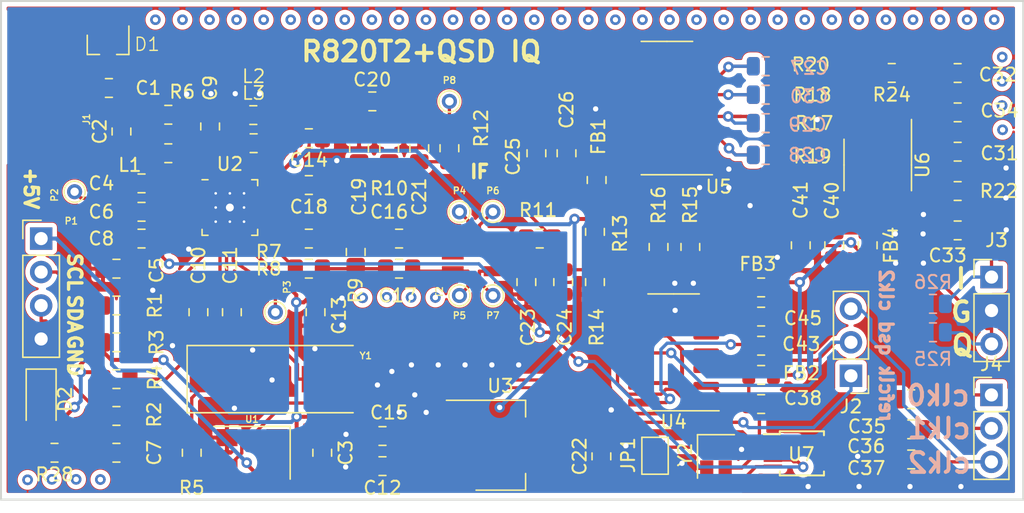
<source format=kicad_pcb>
(kicad_pcb (version 20171130) (host pcbnew "(5.1.5)-3")
  (layers (0 F.Cu signal) (31 B.Cu signal) (34 B.Paste user hide) (35 F.Paste user hide) (36 B.SilkS user) (37 F.SilkS user) (38 B.Mask user) (39 F.Mask user hide) (44 Edge.Cuts user))
  (net 0 "")
  (net 1 GND)
  (net 2 +3V3)
  (net 3 +5V)
  (net 4 "Net-(C1-Pad1)")
  (net 5 "Net-(C1-Pad2)")
  (net 6 "Net-(C2-Pad1)")
  (net 7 SCL)
  (net 8 "Net-(C6-Pad2)")
  (net 9 "Net-(C8-Pad2)")
  (net 10 "Net-(C9-Pad2)")
  (net 11 "Net-(C10-Pad2)")
  (net 12 "Net-(C11-Pad2)")
  (net 13 "Net-(C16-Pad2)")
  (net 14 "Net-(C16-Pad1)")
  (net 15 "Net-(C17-Pad2)")
  (net 16 "Net-(C17-Pad1)")
  (net 17 "Net-(C18-Pad2)")
  (net 18 "Net-(C19-Pad2)")
  (net 19 "Net-(C20-Pad2)")
  (net 20 "Net-(C21-Pad2)")
  (net 21 IF_N)
  (net 22 "Net-(C25-Pad1)")
  (net 23 "Net-(C27-Pad1)")
  (net 24 "Net-(C28-Pad1)")
  (net 25 "Net-(C29-Pad2)")
  (net 26 "Net-(C30-Pad1)")
  (net 27 "Net-(C31-Pad2)")
  (net 28 "Net-(C31-Pad1)")
  (net 29 "Net-(C32-Pad2)")
  (net 30 "Net-(C32-Pad1)")
  (net 31 PHASE_Q)
  (net 32 PHASE_I)
  (net 33 "Net-(C35-Pad2)")
  (net 34 "Net-(C36-Pad2)")
  (net 35 "Net-(C37-Pad2)")
  (net 36 CLK2)
  (net 37 "Net-(C40-Pad1)")
  (net 38 "Net-(C43-Pad1)")
  (net 39 "Net-(D2-Pad2)")
  (net 40 "Net-(J2-Pad2)")
  (net 41 REFCLK)
  (net 42 "Net-(L1-Pad2)")
  (net 43 "Net-(L2-Pad2)")
  (net 44 "Net-(L2-Pad1)")
  (net 45 "Net-(L3-Pad2)")
  (net 46 "Net-(L3-Pad1)")
  (net 47 SDA)
  (net 48 "Net-(P2-Pad1)")
  (net 49 "Net-(P3-Pad1)")
  (net 50 "Net-(P6-Pad1)")
  (net 51 "Net-(P8-Pad1)")
  (net 52 "Net-(R7-Pad2)")
  (net 53 "Net-(R8-Pad2)")
  (net 54 IF_P)
  (net 55 "Net-(R15-Pad2)")
  (net 56 Q_CLK)
  (net 57 "Net-(R16-Pad2)")
  (net 58 I_CLK)
  (net 59 "Net-(R17-Pad1)")
  (net 60 "Net-(R19-Pad1)")
  (net 61 +3.3V)
  (net 62 "Net-(U4-Pad12)")
  (net 63 TXOUT)
  (net 64 "Net-(C22-Pad1)")
  (net 65 CLK0)
  (net 66 CLK1)
  (net 67 "Net-(C38-Pad1)")
  (net 68 "Net-(JP1-Pad2)")
  (net 69 "Net-(T2-Pad2)")
  (net 70 "Net-(U1-Pad1)")
  (net 71 "Net-(U2-Pad1)")
  (net 72 "Net-(U7-Pad3)")
  (net 73 "Net-(P1-Pad2)")
  (net 74 "Net-(P1-Pad3)")
  (module Package_TO_SOT_SMD:SOT-223 (layer F.Cu) (at 176.848 104.584)
    (fp_text reference U3 (at 0 -4.5) (layer F.SilkS))
    (fp_text value LD1117S33CTR)
    (pad 1 smd rect (at -3.15 -2.3) (size 2 1.5) (layers F.Cu F.Paste F.Mask) (net 1 GND))
    (pad 3 smd rect (at -3.15 2.3) (size 2 1.5) (layers F.Cu F.Paste F.Mask) (net 3 +5V))
    (pad 2 smd rect (at -3.15 0) (size 2 1.5) (layers F.Cu F.Paste F.Mask) (net 2 +3V3))
    (pad 4 smd rect (at 3.15 0) (size 2 3.8) (layers F.Cu F.Paste F.Mask) (net 2 +3V3))
  )
  (module Package_DFN_QFN:QFN-24-1EP_4x4mm_P0.5mm_EP2.65x2.65mm_ThermalVias (layer F.Cu) (at 156.31 86.542)
    (fp_text reference U2 (at 0 -3.3) (layer F.SilkS))
    (fp_text value R820T2)
    (pad 24 smd roundrect (at -1.25 -1.9375) (size 0.3 0.825) (layers F.Cu F.Paste F.Mask) (net 42 "Net-(L1-Pad2)"))
    (pad 23 smd roundrect (at -0.75 -1.9375) (size 0.3 0.825) (layers F.Cu F.Paste F.Mask) (net 10 "Net-(C9-Pad2)"))
    (pad 22 smd roundrect (at -0.25 -1.9375) (size 0.3 0.825) (layers F.Cu F.Paste F.Mask) (net 43 "Net-(L2-Pad2)"))
    (pad 21 smd roundrect (at 0.25 -1.9375) (size 0.3 0.825) (layers F.Cu F.Paste F.Mask) (net 45 "Net-(L3-Pad2)"))
    (pad 20 smd roundrect (at 0.75 -1.9375) (size 0.3 0.825) (layers F.Cu F.Paste F.Mask) (net 44 "Net-(L2-Pad1)"))
    (pad 19 smd roundrect (at 1.25 -1.9375) (size 0.3 0.825) (layers F.Cu F.Paste F.Mask) (net 46 "Net-(L3-Pad1)"))
    (pad 18 smd roundrect (at 1.9375 -1.25) (size 0.825 0.3) (layers F.Cu F.Paste F.Mask) (net 2 +3V3))
    (pad 17 smd roundrect (at 1.9375 -0.75) (size 0.825 0.3) (layers F.Cu F.Paste F.Mask) (net 17 "Net-(C18-Pad2)"))
    (pad 16 smd roundrect (at 1.9375 -0.25) (size 0.825 0.3) (layers F.Cu F.Paste F.Mask) (net 1 GND))
    (pad 15 smd roundrect (at 1.9375 0.25) (size 0.825 0.3) (layers F.Cu F.Paste F.Mask) (net 18 "Net-(C19-Pad2)"))
    (pad 14 smd roundrect (at 1.9375 0.75) (size 0.825 0.3) (layers F.Cu F.Paste F.Mask) (net 20 "Net-(C21-Pad2)"))
    (pad 13 smd roundrect (at 1.9375 1.25) (size 0.825 0.3) (layers F.Cu F.Paste F.Mask) (net 52 "Net-(R7-Pad2)"))
    (pad 12 smd roundrect (at 1.25 1.9375) (size 0.3 0.825) (layers F.Cu F.Paste F.Mask) (net 53 "Net-(R8-Pad2)"))
    (pad 11 smd roundrect (at 0.75 1.9375) (size 0.3 0.825) (layers F.Cu F.Paste F.Mask) (net 2 +3V3))
    (pad 10 smd roundrect (at 0.25 1.9375) (size 0.3 0.825) (layers F.Cu F.Paste F.Mask) (net 49 "Net-(P3-Pad1)"))
    (pad 9 smd roundrect (at -0.25 1.9375) (size 0.3 0.825) (layers F.Cu F.Paste F.Mask) (net 12 "Net-(C11-Pad2)"))
    (pad 8 smd roundrect (at -0.75 1.9375) (size 0.3 0.825) (layers F.Cu F.Paste F.Mask) (net 11 "Net-(C10-Pad2)"))
    (pad 7 smd roundrect (at -1.25 1.9375) (size 0.3 0.825) (layers F.Cu F.Paste F.Mask) (net 47 SDA))
    (pad 6 smd roundrect (at -1.9375 1.25) (size 0.825 0.3) (layers F.Cu F.Paste F.Mask) (net 7 SCL))
    (pad 5 smd roundrect (at -1.9375 0.75) (size 0.825 0.3) (layers F.Cu F.Paste F.Mask) (net 9 "Net-(C8-Pad2)"))
    (pad 4 smd roundrect (at -1.9375 0.25) (size 0.825 0.3) (layers F.Cu F.Paste F.Mask) (net 8 "Net-(C6-Pad2)"))
    (pad 3 smd roundrect (at -1.9375 -0.25) (size 0.825 0.3) (layers F.Cu F.Paste F.Mask) (net 48 "Net-(P2-Pad1)"))
    (pad 2 smd roundrect (at -1.9375 -0.75) (size 0.825 0.3) (layers F.Cu F.Paste F.Mask) (net 2 +3V3))
    (pad 1 smd roundrect (at -1.9375 -1.25) (size 0.825 0.3) (layers F.Cu F.Paste F.Mask) (net 71 "Net-(U2-Pad1)"))
    (pad 25 smd roundrect (at 0 0) (size 2.65 2.65) (layers B.Cu) (roundrect_rratio 0.09433999999999999) (net 1 GND))
    (pad 25 thru_hole circle (at 1.075 1.075) (size 0.5 0.5) (drill 0.2) (layers *.Cu) (net 1 GND))
    (pad 25 thru_hole circle (at 0 1.075) (size 0.5 0.5) (drill 0.2) (layers *.Cu) (net 1 GND))
    (pad 25 thru_hole circle (at -1.075 1.075) (size 0.5 0.5) (drill 0.2) (layers *.Cu) (net 1 GND))
    (pad 25 thru_hole circle (at 1.075 0) (size 0.5 0.5) (drill 0.2) (layers *.Cu) (net 1 GND))
    (pad 25 thru_hole circle (at 0 0) (size 0.9 0.9) (drill 0.6) (layers *.Cu B.Mask) (net 1 GND))
    (pad 25 thru_hole circle (at -1.075 0) (size 0.5 0.5) (drill 0.2) (layers *.Cu) (net 1 GND))
    (pad 25 thru_hole circle (at 1.075 -1.075) (size 0.5 0.5) (drill 0.2) (layers *.Cu) (net 1 GND))
    (pad 25 thru_hole circle (at 0 -1.075) (size 0.5 0.5) (drill 0.2) (layers *.Cu) (net 1 GND))
    (pad 25 thru_hole circle (at -1.075 -1.075) (size 0.5 0.5) (drill 0.2) (layers *.Cu) (net 1 GND))
    (pad 25 smd roundrect (at 0 0) (size 2.65 2.65) (layers F.Cu F.Mask) (roundrect_rratio 0.09433999999999999) (net 1 GND))
  )
  (module Resistor_SMD:R_0805_2012Metric (layer F.Cu) (at 143.002 105.156 180)
    (fp_text reference R28 (at 0 -1.65) (layer F.SilkS))
    (fp_text value 512)
    (pad 2 smd roundrect (at 0.9375 0 180) (size 0.975 1.4) (layers F.Cu F.Paste F.Mask) (net 39 "Net-(D2-Pad2)"))
    (pad 1 smd roundrect (at -0.9375 0 180) (size 0.975 1.4) (layers F.Cu F.Paste F.Mask) (net 2 +3V3))
  )
  (module Diode_SMD:D_1206_3216Metric (layer F.Cu) (at 141.986 101.092 270)
    (fp_text reference D2 (at 0 -1.82 270) (layer F.SilkS))
    (fp_text value LED)
    (pad 2 smd roundrect (at 1.4 0 270) (size 1.25 1.75) (layers F.Cu F.Paste F.Mask) (roundrect_rratio 0.2) (net 39 "Net-(D2-Pad2)"))
    (pad 1 smd roundrect (at -1.4 0 270) (size 1.25 1.75) (layers F.Cu F.Paste F.Mask) (roundrect_rratio 0.2) (net 1 GND))
  )
  (module Package_SO:SOIC-8_3.9x4.9mm_P1.27mm (layer F.Cu) (at 205.486 83.312 270)
    (fp_text reference U6 (at 0 -3.4 90) (layer F.SilkS))
    (fp_text value LT6234)
    (pad 8 smd roundrect (at 2.475 -1.905 270) (size 1.95 0.6) (layers F.Cu F.Paste F.Mask) (net 37 "Net-(C40-Pad1)"))
    (pad 7 smd roundrect (at 2.475 -0.635 270) (size 1.95 0.6) (layers F.Cu F.Paste F.Mask) (net 28 "Net-(C31-Pad1)"))
    (pad 6 smd roundrect (at 2.475 0.635 270) (size 1.95 0.6) (layers F.Cu F.Paste F.Mask) (net 27 "Net-(C31-Pad2)"))
    (pad 5 smd roundrect (at 2.475 1.905 270) (size 1.95 0.6) (layers F.Cu F.Paste F.Mask) (net 59 "Net-(R17-Pad1)"))
    (pad 4 smd roundrect (at -2.475 1.905 270) (size 1.95 0.6) (layers F.Cu F.Paste F.Mask) (net 1 GND))
    (pad 3 smd roundrect (at -2.475 0.635 270) (size 1.95 0.6) (layers F.Cu F.Paste F.Mask) (net 60 "Net-(R19-Pad1)"))
    (pad 2 smd roundrect (at -2.475 -0.635 270) (size 1.95 0.6) (layers F.Cu F.Paste F.Mask) (net 29 "Net-(C32-Pad2)"))
    (pad 1 smd roundrect (at -2.475 -1.905 270) (size 1.95 0.6) (layers F.Cu F.Paste F.Mask) (net 30 "Net-(C32-Pad1)"))
  )
  (module Connector_PinHeader_2.54mm:PinHeader_1x03_P2.54mm_Vertical (layer F.Cu) (at 214.114 100.767)
    (fp_text reference J4 (at 0 -2.33) (layer F.SilkS))
    (fp_text value "CLK Source")
    (pad 3 thru_hole oval (at 0 5.08) (size 1.7 1.7) (drill 1) (layers *.Cu *.Mask) (net 36 CLK2))
    (pad 2 thru_hole oval (at 0 2.54) (size 1.7 1.7) (drill 1) (layers *.Cu *.Mask) (net 66 CLK1))
    (pad 1 thru_hole rect (at 0 0) (size 1.7 1.7) (drill 1) (layers *.Cu *.Mask) (net 65 CLK0))
  )
  (module Crystal:Crystal_SMD_2520-4Pin_2.5x2.0mm (layer F.Cu) (at 193.205 105.435 270)
    (fp_text reference Y2 (at -0.13676 2.3367 90) (layer F.SilkS))
    (fp_text value Crystal_GND24)
    (pad 4 smd rect (at -0.875 -0.7 270) (size 1.15 1) (layers F.Cu F.Paste F.Mask) (net 1 GND))
    (pad 3 smd rect (at 0.875 -0.7 270) (size 1.15 1) (layers F.Cu F.Paste F.Mask) (net 72 "Net-(U7-Pad3)"))
    (pad 2 smd rect (at 0.875 0.7 270) (size 1.15 1) (layers F.Cu F.Paste F.Mask) (net 1 GND))
    (pad 1 smd rect (at -0.875 0.7 270) (size 1.15 1) (layers F.Cu F.Paste F.Mask) (net 68 "Net-(JP1-Pad2)"))
  )
  (module Jumper:SolderJumper-2_P1.3mm_Open_Pad1.0x1.5mm (layer F.Cu) (at 188.583 105.385 90)
    (fp_text reference JP1 (at 0.04612 -2.04032 90) (layer F.SilkS))
    (fp_text value SolderJumper_2_Open)
    (pad 1 smd rect (at -0.65 0 90) (size 1 1.5) (layers F.Cu F.Mask) (net 64 "Net-(C22-Pad1)"))
    (pad 2 smd rect (at 0.65 0 90) (size 1 1.5) (layers F.Cu F.Mask) (net 68 "Net-(JP1-Pad2)"))
  )
  (module Capacitor_SMD:C_0805_2012Metric (layer F.Cu) (at 196.634 101.46)
    (fp_text reference C38 (at 3.1751 -0.44674) (layer F.SilkS))
    (fp_text value 100nF)
    (pad 2 smd roundrect (at 0.9375 0) (size 0.975 1.4) (layers F.Cu F.Paste F.Mask) (net 1 GND))
    (pad 1 smd roundrect (at -0.9375 0) (size 0.975 1.4) (layers F.Cu F.Paste F.Mask) (net 67 "Net-(C38-Pad1)"))
  )
  (module Capacitor_SMD:C_0805_2012Metric (layer F.Cu) (at 184.511 105.428 90)
    (fp_text reference C22 (at 0 -1.65 90) (layer F.SilkS))
    (fp_text value 100nF)
    (pad 2 smd roundrect (at 0.9375 0 90) (size 0.975 1.4) (layers F.Cu F.Paste F.Mask) (net 41 REFCLK))
    (pad 1 smd roundrect (at -0.9375 0 90) (size 0.975 1.4) (layers F.Cu F.Paste F.Mask) (net 64 "Net-(C22-Pad1)"))
  )
  (module Capacitor_SMD:C_0805_2012Metric_Pad1.15x1.40mm_HandSolder (layer F.Cu) (at 149.606 84.709)
    (fp_text reference C4 (at -3.048 0) (layer F.SilkS))
    (fp_text value 0.1uf)
    (pad 2 smd roundrect (at 1.025 0) (size 1.15 1.4) (layers F.Cu F.Paste F.Mask) (roundrect_rratio 0.217391) (net 2 +3V3))
    (pad 1 smd roundrect (at -1.025 0) (size 1.15 1.4) (layers F.Cu F.Paste F.Mask) (roundrect_rratio 0.217391) (net 1 GND))
  )
  (module Capacitor_SMD:C_0805_2012Metric_Pad1.15x1.40mm_HandSolder (layer F.Cu) (at 154.813 80.391 270)
    (fp_text reference C9 (at -2.921 0 90) (layer F.SilkS))
    (fp_text value 0.1uf)
    (pad 2 smd roundrect (at 1.025 0 270) (size 1.15 1.4) (layers F.Cu F.Paste F.Mask) (roundrect_rratio 0.217391) (net 10 "Net-(C9-Pad2)"))
    (pad 1 smd roundrect (at -1.025 0 270) (size 1.15 1.4) (layers F.Cu F.Paste F.Mask) (roundrect_rratio 0.217391) (net 1 GND))
  )
  (module Capacitor_SMD:C_0805_2012Metric_Pad1.15x1.40mm_HandSolder (layer F.Cu) (at 149.606 88.9)
    (fp_text reference C8 (at -3.048 0) (layer F.SilkS))
    (fp_text value 0.1uf)
    (pad 2 smd roundrect (at 1.025 0) (size 1.15 1.4) (layers F.Cu F.Paste F.Mask) (roundrect_rratio 0.217391) (net 9 "Net-(C8-Pad2)"))
    (pad 1 smd roundrect (at -1.025 0) (size 1.15 1.4) (layers F.Cu F.Paste F.Mask) (roundrect_rratio 0.217391) (net 1 GND))
  )
  (module Capacitor_SMD:C_0805_2012Metric_Pad1.15x1.40mm_HandSolder (layer F.Cu) (at 149.606 86.868)
    (fp_text reference C6 (at -3.048 0) (layer F.SilkS))
    (fp_text value 1uf)
    (pad 2 smd roundrect (at 1.025 0) (size 1.15 1.4) (layers F.Cu F.Paste F.Mask) (roundrect_rratio 0.217391) (net 8 "Net-(C6-Pad2)"))
    (pad 1 smd roundrect (at -1.025 0) (size 1.15 1.4) (layers F.Cu F.Paste F.Mask) (roundrect_rratio 0.217391) (net 1 GND))
  )
  (module Capacitor_SMD:C_0805_2012Metric_Pad1.15x1.40mm_HandSolder (layer F.Cu) (at 148.082 80.772 90)
    (fp_text reference C2 (at 0 -1.65 90) (layer F.SilkS))
    (fp_text value 330pf)
    (pad 2 smd roundrect (at 1.025 0 90) (size 1.15 1.4) (layers F.Cu F.Paste F.Mask) (roundrect_rratio 0.217391) (net 4 "Net-(C1-Pad1)"))
    (pad 1 smd roundrect (at -1.025 0 90) (size 1.15 1.4) (layers F.Cu F.Paste F.Mask) (roundrect_rratio 0.217391) (net 6 "Net-(C2-Pad1)"))
  )
  (module Capacitor_SMD:C_0805_2012Metric_Pad1.15x1.40mm_HandSolder (layer F.Cu) (at 147.13 77.47 180)
    (fp_text reference C1 (at -2.984 0) (layer F.SilkS))
    (fp_text value 0.01uf)
    (pad 2 smd roundrect (at 1.025 0 180) (size 1.15 1.4) (layers F.Cu F.Paste F.Mask) (roundrect_rratio 0.217391) (net 5 "Net-(C1-Pad2)"))
    (pad 1 smd roundrect (at -1.025 0 180) (size 1.15 1.4) (layers F.Cu F.Paste F.Mask) (roundrect_rratio 0.217391) (net 4 "Net-(C1-Pad1)"))
  )
  (module Resistor_SMD:R_0805_2012Metric (layer F.Cu) (at 211.552 85.2917 180)
    (fp_text reference R22 (at -3.1265 0) (layer F.SilkS))
    (fp_text value 10k)
    (pad 2 smd roundrect (at 0.9375 0 180) (size 0.975 1.4) (layers F.Cu F.Paste F.Mask) (net 27 "Net-(C31-Pad2)"))
    (pad 1 smd roundrect (at -0.9375 0 180) (size 0.975 1.4) (layers F.Cu F.Paste F.Mask) (net 28 "Net-(C31-Pad1)"))
  )
  (module Connector_PinHeader_2.54mm:PinHeader_1x03_P2.54mm_Vertical (layer F.Cu) (at 214.122 91.821)
    (fp_text reference J3 (at 0.381 -2.794) (layer F.SilkS))
    (fp_text value Conn_01x03_Male)
    (pad 3 thru_hole oval (at 0 5.08) (size 1.7 1.7) (drill 1) (layers *.Cu *.Mask) (net 31 PHASE_Q))
    (pad 2 thru_hole oval (at 0 2.54) (size 1.7 1.7) (drill 1) (layers *.Cu *.Mask) (net 1 GND))
    (pad 1 thru_hole rect (at 0 0) (size 1.7 1.7) (drill 1) (layers *.Cu *.Mask) (net 32 PHASE_I))
  )
  (module Package_SO:SOIC-16_3.9x9.9mm_P1.27mm (layer F.Cu) (at 189.484 78.994 180)
    (fp_text reference U5 (at -3.937 -5.969) (layer F.SilkS))
    (fp_text value SN74CBT3253)
    (pad 16 smd roundrect (at 2.475 -4.445 180) (size 1.95 0.6) (layers F.Cu F.Paste F.Mask) (net 22 "Net-(C25-Pad1)"))
    (pad 15 smd roundrect (at 2.475 -3.175 180) (size 1.95 0.6) (layers F.Cu F.Paste F.Mask) (net 1 GND))
    (pad 14 smd roundrect (at 2.475 -1.905 180) (size 1.95 0.6) (layers F.Cu F.Paste F.Mask) (net 58 I_CLK))
    (pad 13 smd roundrect (at 2.475 -0.635 180) (size 1.95 0.6) (layers F.Cu F.Paste F.Mask) (net 24 "Net-(C28-Pad1)"))
    (pad 12 smd roundrect (at 2.475 0.635 180) (size 1.95 0.6) (layers F.Cu F.Paste F.Mask) (net 25 "Net-(C29-Pad2)"))
    (pad 11 smd roundrect (at 2.475 1.905 180) (size 1.95 0.6) (layers F.Cu F.Paste F.Mask) (net 26 "Net-(C30-Pad1)"))
    (pad 10 smd roundrect (at 2.475 3.175 180) (size 1.95 0.6) (layers F.Cu F.Paste F.Mask) (net 23 "Net-(C27-Pad1)"))
    (pad 9 smd roundrect (at 2.475 4.445 180) (size 1.95 0.6) (layers F.Cu F.Paste F.Mask) (net 54 IF_P))
    (pad 8 smd roundrect (at -2.475 4.445 180) (size 1.95 0.6) (layers F.Cu F.Paste F.Mask) (net 1 GND))
    (pad 7 smd roundrect (at -2.475 3.175 180) (size 1.95 0.6) (layers F.Cu F.Paste F.Mask) (net 54 IF_P))
    (pad 6 smd roundrect (at -2.475 1.905 180) (size 1.95 0.6) (layers F.Cu F.Paste F.Mask) (net 23 "Net-(C27-Pad1)"))
    (pad 5 smd roundrect (at -2.475 0.635 180) (size 1.95 0.6) (layers F.Cu F.Paste F.Mask) (net 26 "Net-(C30-Pad1)"))
    (pad 4 smd roundrect (at -2.475 -0.635 180) (size 1.95 0.6) (layers F.Cu F.Paste F.Mask) (net 25 "Net-(C29-Pad2)"))
    (pad 3 smd roundrect (at -2.475 -1.905 180) (size 1.95 0.6) (layers F.Cu F.Paste F.Mask) (net 24 "Net-(C28-Pad1)"))
    (pad 2 smd roundrect (at -2.475 -3.175 180) (size 1.95 0.6) (layers F.Cu F.Paste F.Mask) (net 56 Q_CLK))
    (pad 1 smd roundrect (at -2.475 -4.445 180) (size 1.95 0.6) (layers F.Cu F.Paste F.Mask) (net 1 GND))
  )
  (module Resistor_SMD:R_0805_2012Metric (layer F.Cu) (at 206.55 76.327 180)
    (fp_text reference R24 (at 0 -1.65) (layer F.SilkS))
    (fp_text value 8.2k)
    (pad 2 smd roundrect (at 0.9375 0 180) (size 0.975 1.4) (layers F.Cu F.Paste F.Mask) (net 29 "Net-(C32-Pad2)"))
    (pad 1 smd roundrect (at -0.9375 0 180) (size 0.975 1.4) (layers F.Cu F.Paste F.Mask) (net 30 "Net-(C32-Pad1)"))
  )
  (module Resistor_SMD:R_0805_2012Metric (layer F.Cu) (at 191.262 89.535 270)
    (fp_text reference R15 (at -3.1877 0.0127 90) (layer F.SilkS))
    (fp_text value 0)
    (pad 2 smd roundrect (at 0.9375 0 270) (size 0.975 1.4) (layers F.Cu F.Paste F.Mask) (net 55 "Net-(R15-Pad2)"))
    (pad 1 smd roundrect (at -0.9375 0 270) (size 0.975 1.4) (layers F.Cu F.Paste F.Mask) (net 56 Q_CLK))
  )
  (module Package_SO:SOIC-14_3.9x8.7mm_P1.27mm (layer F.Cu) (at 189.992 97.536 180)
    (fp_text reference U4 (at 0 -5.28) (layer F.SilkS))
    (fp_text value 74HC74)
    (pad 14 smd roundrect (at 2.475 -3.81 180) (size 1.95 0.6) (layers F.Cu F.Paste F.Mask) (net 38 "Net-(C43-Pad1)"))
    (pad 13 smd roundrect (at 2.475 -2.54 180) (size 1.95 0.6) (layers F.Cu F.Paste F.Mask) (net 61 +3.3V))
    (pad 12 smd roundrect (at 2.475 -1.27 180) (size 1.95 0.6) (layers F.Cu F.Paste F.Mask) (net 62 "Net-(U4-Pad12)"))
    (pad 11 smd roundrect (at 2.475 0 180) (size 1.95 0.6) (layers F.Cu F.Paste F.Mask) (net 40 "Net-(J2-Pad2)"))
    (pad 10 smd roundrect (at 2.475 1.27 180) (size 1.95 0.6) (layers F.Cu F.Paste F.Mask) (net 61 +3.3V))
    (pad 9 smd roundrect (at 2.475 2.54 180) (size 1.95 0.6) (layers F.Cu F.Paste F.Mask) (net 57 "Net-(R16-Pad2)"))
    (pad 8 smd roundrect (at 2.475 3.81 180) (size 1.95 0.6) (layers F.Cu F.Paste F.Mask) (net 63 TXOUT))
    (pad 7 smd roundrect (at -2.475 3.81 180) (size 1.95 0.6) (layers F.Cu F.Paste F.Mask) (net 1 GND))
    (pad 6 smd roundrect (at -2.475 2.54 180) (size 1.95 0.6) (layers F.Cu F.Paste F.Mask) (net 55 "Net-(R15-Pad2)"))
    (pad 5 smd roundrect (at -2.475 1.27 180) (size 1.95 0.6) (layers F.Cu F.Paste F.Mask) (net 62 "Net-(U4-Pad12)"))
    (pad 4 smd roundrect (at -2.475 0 180) (size 1.95 0.6) (layers F.Cu F.Paste F.Mask) (net 61 +3.3V))
    (pad 3 smd roundrect (at -2.475 -1.27 180) (size 1.95 0.6) (layers F.Cu F.Paste F.Mask) (net 40 "Net-(J2-Pad2)"))
    (pad 2 smd roundrect (at -2.475 -2.54 180) (size 1.95 0.6) (layers F.Cu F.Paste F.Mask) (net 63 TXOUT))
    (pad 1 smd roundrect (at -2.475 -3.81 180) (size 1.95 0.6) (layers F.Cu F.Paste F.Mask) (net 61 +3.3V))
  )
  (module Resistor_SMD:R_0805_2012Metric_Pad1.15x1.40mm_HandSolder (layer F.Cu) (at 179.832 88.9 180)
    (fp_text reference R11 (at 0.127 2.159) (layer F.SilkS))
    (fp_text value 0)
    (pad 2 smd roundrect (at 1.025 0 180) (size 1.15 1.4) (layers F.Cu F.Paste F.Mask) (roundrect_rratio 0.217391) (net 50 "Net-(P6-Pad1)"))
    (pad 1 smd roundrect (at -1.025 0 180) (size 1.15 1.4) (layers F.Cu F.Paste F.Mask) (roundrect_rratio 0.217391) (net 54 IF_P))
  )
  (module Capacitor_SMD:C_0805_2012Metric_Pad1.15x1.40mm_HandSolder (layer F.Cu) (at 162.814 94.488 90)
    (fp_text reference C13 (at -0.254 1.778 90) (layer F.SilkS))
    (fp_text value 0.1uf)
    (pad 2 smd roundrect (at 1.025 0 90) (size 1.15 1.4) (layers F.Cu F.Paste F.Mask) (roundrect_rratio 0.217391) (net 2 +3V3))
    (pad 1 smd roundrect (at -1.025 0 90) (size 1.15 1.4) (layers F.Cu F.Paste F.Mask) (roundrect_rratio 0.217391) (net 1 GND))
  )
  (module Capacitor_SMD:C_0805_2012Metric_Pad1.15x1.40mm_HandSolder (layer F.Cu) (at 156.464 94.488 90)
    (fp_text reference C11 (at 3.556 -0.127 90) (layer F.SilkS))
    (fp_text value 27pf)
    (pad 2 smd roundrect (at 1.025 0 90) (size 1.15 1.4) (layers F.Cu F.Paste F.Mask) (roundrect_rratio 0.217391) (net 12 "Net-(C11-Pad2)"))
    (pad 1 smd roundrect (at -1.025 0 90) (size 1.15 1.4) (layers F.Cu F.Paste F.Mask) (roundrect_rratio 0.217391) (net 1 GND))
  )
  (module Capacitor_SMD:C_0805_2012Metric_Pad1.15x1.40mm_HandSolder (layer F.Cu) (at 147.701 105.156)
    (fp_text reference C7 (at 2.8702 0 90) (layer F.SilkS))
    (fp_text value 27pf)
    (pad 2 smd roundrect (at 1.025 0) (size 1.15 1.4) (layers F.Cu F.Paste F.Mask) (roundrect_rratio 0.217391) (net 47 SDA))
    (pad 1 smd roundrect (at -1.025 0) (size 1.15 1.4) (layers F.Cu F.Paste F.Mask) (roundrect_rratio 0.217391) (net 1 GND))
  )
  (module Resistor_SMD:R_0805_2012Metric_Pad1.15x1.40mm_HandSolder (layer F.Cu) (at 147.701 99.568)
    (fp_text reference R4 (at 2.921 -0.127 90) (layer F.SilkS))
    (fp_text value 4k7)
    (pad 2 smd roundrect (at 1.025 0) (size 1.15 1.4) (layers F.Cu F.Paste F.Mask) (roundrect_rratio 0.217391) (net 47 SDA))
    (pad 1 smd roundrect (at -1.025 0) (size 1.15 1.4) (layers F.Cu F.Paste F.Mask) (roundrect_rratio 0.217391) (net 2 +3V3))
  )
  (module Resistor_SMD:R_0805_2012Metric_Pad1.15x1.40mm_HandSolder (layer F.Cu) (at 147.701 102.362 180)
    (fp_text reference R2 (at -2.8702 0.1016 90) (layer F.SilkS))
    (fp_text value 220)
    (pad 2 smd roundrect (at 1.025 0 180) (size 1.15 1.4) (layers F.Cu F.Paste F.Mask) (roundrect_rratio 0.217391) (net 74 "Net-(P1-Pad3)"))
    (pad 1 smd roundrect (at -1.025 0 180) (size 1.15 1.4) (layers F.Cu F.Paste F.Mask) (roundrect_rratio 0.217391) (net 47 SDA))
  )
  (module Resistor_SMD:R_0805_2012Metric_Pad1.15x1.40mm_HandSolder (layer F.Cu) (at 147.701 96.774)
    (fp_text reference R3 (at 3.048 0 90) (layer F.SilkS))
    (fp_text value 4k7)
    (pad 2 smd roundrect (at 1.025 0) (size 1.15 1.4) (layers F.Cu F.Paste F.Mask) (roundrect_rratio 0.217391) (net 7 SCL))
    (pad 1 smd roundrect (at -1.025 0) (size 1.15 1.4) (layers F.Cu F.Paste F.Mask) (roundrect_rratio 0.217391) (net 2 +3V3))
  )
  (module Capacitor_SMD:C_0805_2012Metric_Pad1.15x1.40mm_HandSolder (layer F.Cu) (at 147.701 91.186)
    (fp_text reference C5 (at 3.048 0.127 90) (layer F.SilkS))
    (fp_text value 27pf)
    (pad 2 smd roundrect (at 1.025 0) (size 1.15 1.4) (layers F.Cu F.Paste F.Mask) (roundrect_rratio 0.217391) (net 7 SCL))
    (pad 1 smd roundrect (at -1.025 0) (size 1.15 1.4) (layers F.Cu F.Paste F.Mask) (roundrect_rratio 0.217391) (net 1 GND))
  )
  (module Resistor_SMD:R_0805_2012Metric_Pad1.15x1.40mm_HandSolder (layer F.Cu) (at 147.701 93.98 180)
    (fp_text reference R1 (at -2.921 0 90) (layer F.SilkS))
    (fp_text value 220)
    (pad 2 smd roundrect (at 1.025 0 180) (size 1.15 1.4) (layers F.Cu F.Paste F.Mask) (roundrect_rratio 0.217391) (net 73 "Net-(P1-Pad2)"))
    (pad 1 smd roundrect (at -1.025 0 180) (size 1.15 1.4) (layers F.Cu F.Paste F.Mask) (roundrect_rratio 0.217391) (net 7 SCL))
  )
  (module Package_SO:MSOP-10_3x3mm_P0.5mm (layer F.Cu) (at 199.728 105.202)
    (fp_text reference U7 (at -0.04336 0.0683) (layer F.SilkS))
    (fp_text value Si5351A-B-GT)
    (pad 10 smd rect (at 2.2 -1) (size 1.4 0.3) (layers F.Cu F.Paste F.Mask) (net 33 "Net-(C35-Pad2)"))
    (pad 9 smd rect (at 2.2 -0.5) (size 1.4 0.3) (layers F.Cu F.Paste F.Mask) (net 34 "Net-(C36-Pad2)"))
    (pad 8 smd rect (at 2.2 0) (size 1.4 0.3) (layers F.Cu F.Paste F.Mask) (net 1 GND))
    (pad 7 smd rect (at 2.2 0.5) (size 1.4 0.3) (layers F.Cu F.Paste F.Mask) (net 67 "Net-(C38-Pad1)"))
    (pad 6 smd rect (at 2.2 1) (size 1.4 0.3) (layers F.Cu F.Paste F.Mask) (net 35 "Net-(C37-Pad2)"))
    (pad 5 smd rect (at -2.2 1) (size 1.4 0.3) (layers F.Cu F.Paste F.Mask) (net 47 SDA))
    (pad 4 smd rect (at -2.2 0.5) (size 1.4 0.3) (layers F.Cu F.Paste F.Mask) (net 7 SCL))
    (pad 3 smd rect (at -2.2 0) (size 1.4 0.3) (layers F.Cu F.Paste F.Mask) (net 72 "Net-(U7-Pad3)"))
    (pad 2 smd rect (at -2.2 -0.5) (size 1.4 0.3) (layers F.Cu F.Paste F.Mask) (net 68 "Net-(JP1-Pad2)"))
    (pad 1 smd rect (at -2.2 -1) (size 1.4 0.3) (layers F.Cu F.Paste F.Mask) (net 67 "Net-(C38-Pad1)"))
  )
  (module Resistor_SMD:R_0805_2012Metric (layer B.Cu) (at 209.677 93.853 180)
    (fp_text reference R26 (at 0 1.65) (layer B.SilkS) (effects (justify mirror)))
    (fp_text value 10k)
    (pad 2 smd roundrect (at 0.9375 0 180) (size 0.975 1.4) (layers B.Cu B.Paste B.Mask) (net 1 GND))
    (pad 1 smd roundrect (at -0.9375 0 180) (size 0.975 1.4) (layers B.Cu B.Paste B.Mask) (net 32 PHASE_I))
  )
  (module Resistor_SMD:R_0805_2012Metric (layer B.Cu) (at 209.677 96.012 180)
    (fp_text reference R25 (at 0 -2.032) (layer B.SilkS) (effects (justify mirror)))
    (fp_text value 10k)
    (pad 2 smd roundrect (at 0.9375 0 180) (size 0.975 1.4) (layers B.Cu B.Paste B.Mask) (net 1 GND))
    (pad 1 smd roundrect (at -0.9375 0 180) (size 0.975 1.4) (layers B.Cu B.Paste B.Mask) (net 31 PHASE_Q))
  )
  (module Resistor_SMD:R_0805_2012Metric (layer F.Cu) (at 196.977 75.819 180)
    (fp_text reference R20 (at -3.429 0.127 180) (layer F.SilkS))
    (fp_text value 100)
    (pad 2 smd roundrect (at 0.9375 0 180) (size 0.975 1.4) (layers F.Cu F.Paste F.Mask) (net 23 "Net-(C27-Pad1)"))
    (pad 1 smd roundrect (at -0.9375 0 180) (size 0.975 1.4) (layers F.Cu F.Paste F.Mask) (net 29 "Net-(C32-Pad2)"))
  )
  (module Resistor_SMD:R_0805_2012Metric (layer F.Cu) (at 196.977 82.55 180)
    (fp_text reference R19 (at -3.556 -0.127) (layer F.SilkS))
    (fp_text value 100)
    (pad 2 smd roundrect (at 0.9375 0 180) (size 0.975 1.4) (layers F.Cu F.Paste F.Mask) (net 24 "Net-(C28-Pad1)"))
    (pad 1 smd roundrect (at -0.9375 0 180) (size 0.975 1.4) (layers F.Cu F.Paste F.Mask) (net 60 "Net-(R19-Pad1)"))
  )
  (module Resistor_SMD:R_0805_2012Metric (layer F.Cu) (at 196.977 77.978 180)
    (fp_text reference R18 (at -3.556 0) (layer F.SilkS))
    (fp_text value 100)
    (pad 2 smd roundrect (at 0.9375 0 180) (size 0.975 1.4) (layers F.Cu F.Paste F.Mask) (net 26 "Net-(C30-Pad1)"))
    (pad 1 smd roundrect (at -0.9375 0 180) (size 0.975 1.4) (layers F.Cu F.Paste F.Mask) (net 27 "Net-(C31-Pad2)"))
  )
  (module Resistor_SMD:R_0805_2012Metric (layer F.Cu) (at 196.977 80.137 180)
    (fp_text reference R17 (at -3.683 0) (layer F.SilkS))
    (fp_text value 100)
    (pad 2 smd roundrect (at 0.9375 0 180) (size 0.975 1.4) (layers F.Cu F.Paste F.Mask) (net 25 "Net-(C29-Pad2)"))
    (pad 1 smd roundrect (at -0.9375 0 180) (size 0.975 1.4) (layers F.Cu F.Paste F.Mask) (net 59 "Net-(R17-Pad1)"))
  )
  (module Resistor_SMD:R_0805_2012Metric (layer F.Cu) (at 188.849 89.535 270)
    (fp_text reference R16 (at -3.175 0 90) (layer F.SilkS))
    (fp_text value 0)
    (pad 2 smd roundrect (at 0.9375 0 270) (size 0.975 1.4) (layers F.Cu F.Paste F.Mask) (net 57 "Net-(R16-Pad2)"))
    (pad 1 smd roundrect (at -0.9375 0 270) (size 0.975 1.4) (layers F.Cu F.Paste F.Mask) (net 58 I_CLK))
  )
  (module Resistor_SMD:R_0805_2012Metric (layer F.Cu) (at 184.023 92.202 90)
    (fp_text reference R14 (at -3.429 0.127 90) (layer F.SilkS))
    (fp_text value 5.6k)
    (pad 2 smd roundrect (at 0.9375 0 90) (size 0.975 1.4) (layers F.Cu F.Paste F.Mask) (net 21 IF_N))
    (pad 1 smd roundrect (at -0.9375 0 90) (size 0.975 1.4) (layers F.Cu F.Paste F.Mask) (net 1 GND))
  )
  (module Resistor_SMD:R_0805_2012Metric (layer F.Cu) (at 184.023 88.392 90)
    (fp_text reference R13 (at -0.127 1.905 90) (layer F.SilkS))
    (fp_text value 5.6k)
    (pad 2 smd roundrect (at 0.9375 0 90) (size 0.975 1.4) (layers F.Cu F.Paste F.Mask) (net 2 +3V3))
    (pad 1 smd roundrect (at -0.9375 0 90) (size 0.975 1.4) (layers F.Cu F.Paste F.Mask) (net 21 IF_N))
  )
  (module Resistor_SMD:R_0805_2012Metric_Pad1.15x1.40mm_HandSolder (layer F.Cu) (at 172.974 82.042 270)
    (fp_text reference R12 (at -1.524 -2.413 90) (layer F.SilkS))
    (fp_text value 10k)
    (pad 2 smd roundrect (at 1.025 0 270) (size 1.15 1.4) (layers F.Cu F.Paste F.Mask) (roundrect_rratio 0.217391) (net 20 "Net-(C21-Pad2)"))
    (pad 1 smd roundrect (at -1.025 0 270) (size 1.15 1.4) (layers F.Cu F.Paste F.Mask) (roundrect_rratio 0.217391) (net 51 "Net-(P8-Pad1)"))
  )
  (module Resistor_SMD:R_0805_2012Metric_Pad1.15x1.40mm_HandSolder (layer F.Cu) (at 168.402 82.042 270)
    (fp_text reference R10 (at 3.048 0 180) (layer F.SilkS))
    (fp_text value 1k8)
    (pad 2 smd roundrect (at 1.025 0 270) (size 1.15 1.4) (layers F.Cu F.Paste F.Mask) (roundrect_rratio 0.217391) (net 18 "Net-(C19-Pad2)"))
    (pad 1 smd roundrect (at -1.025 0 270) (size 1.15 1.4) (layers F.Cu F.Paste F.Mask) (roundrect_rratio 0.217391) (net 19 "Net-(C20-Pad2)"))
  )
  (module Resistor_SMD:R_0805_2012Metric_Pad1.15x1.40mm_HandSolder (layer F.Cu) (at 165.862 89.916 270)
    (fp_text reference R9 (at 2.921 0 90) (layer F.SilkS))
    (fp_text value DNI)
    (pad 2 smd roundrect (at 1.025 0 270) (size 1.15 1.4) (layers F.Cu F.Paste F.Mask) (roundrect_rratio 0.217391) (net 15 "Net-(C17-Pad2)"))
    (pad 1 smd roundrect (at -1.025 0 270) (size 1.15 1.4) (layers F.Cu F.Paste F.Mask) (roundrect_rratio 0.217391) (net 13 "Net-(C16-Pad2)"))
  )
  (module Resistor_SMD:R_0805_2012Metric_Pad1.15x1.40mm_HandSolder (layer F.Cu) (at 162.306 91.186 180)
    (fp_text reference R8 (at 3.048 0) (layer F.SilkS))
    (fp_text value 220)
    (pad 2 smd roundrect (at 1.025 0 180) (size 1.15 1.4) (layers F.Cu F.Paste F.Mask) (roundrect_rratio 0.217391) (net 53 "Net-(R8-Pad2)"))
    (pad 1 smd roundrect (at -1.025 0 180) (size 1.15 1.4) (layers F.Cu F.Paste F.Mask) (roundrect_rratio 0.217391) (net 15 "Net-(C17-Pad2)"))
  )
  (module Resistor_SMD:R_0805_2012Metric_Pad1.15x1.40mm_HandSolder (layer F.Cu) (at 162.306 88.9 180)
    (fp_text reference R7 (at 3.048 -1.016) (layer F.SilkS))
    (fp_text value 220)
    (pad 2 smd roundrect (at 1.025 0 180) (size 1.15 1.4) (layers F.Cu F.Paste F.Mask) (roundrect_rratio 0.217391) (net 52 "Net-(R7-Pad2)"))
    (pad 1 smd roundrect (at -1.025 0 180) (size 1.15 1.4) (layers F.Cu F.Paste F.Mask) (roundrect_rratio 0.217391) (net 13 "Net-(C16-Pad2)"))
  )
  (module Resistor_SMD:R_0805_2012Metric_Pad1.15x1.40mm_HandSolder (layer F.Cu) (at 151.638 79.502)
    (fp_text reference R6 (at 1.0541 -1.7399) (layer F.SilkS))
    (fp_text value 10)
    (pad 2 smd roundrect (at 1.025 0) (size 1.15 1.4) (layers F.Cu F.Paste F.Mask) (roundrect_rratio 0.217391) (net 10 "Net-(C9-Pad2)"))
    (pad 1 smd roundrect (at -1.025 0) (size 1.15 1.4) (layers F.Cu F.Paste F.Mask) (roundrect_rratio 0.217391) (net 2 +3V3))
  )
  (module Resistor_SMD:R_0805_2012Metric_Pad1.15x1.40mm_HandSolder (layer F.Cu) (at 153.416 105.156 270)
    (fp_text reference R5 (at 2.667 0 180) (layer F.SilkS))
    (fp_text value 0)
    (pad 2 smd roundrect (at 1.025 0 270) (size 1.15 1.4) (layers F.Cu F.Paste F.Mask) (roundrect_rratio 0.217391) (net 41 REFCLK))
    (pad 1 smd roundrect (at -1.025 0 270) (size 1.15 1.4) (layers F.Cu F.Paste F.Mask) (roundrect_rratio 0.217391) (net 11 "Net-(C10-Pad2)"))
  )
  (module Resistor_SMD:R_0805_2012Metric_Pad1.15x1.40mm_HandSolder (layer F.Cu) (at 158.115 81.661 180)
    (fp_text reference L3 (at 0 3.81) (layer F.SilkS) (effects (font (thickness 0.127))))
    (fp_text value 150nh)
    (pad 2 smd roundrect (at 1.025 0 180) (size 1.15 1.4) (layers F.Cu F.Paste F.Mask) (roundrect_rratio 0.217391) (net 45 "Net-(L3-Pad2)"))
    (pad 1 smd roundrect (at -1.025 0 180) (size 1.15 1.4) (layers F.Cu F.Paste F.Mask) (roundrect_rratio 0.217391) (net 46 "Net-(L3-Pad1)"))
  )
  (module Resistor_SMD:R_0805_2012Metric_Pad1.15x1.40mm_HandSolder (layer F.Cu) (at 158.09 79.5274 180)
    (fp_text reference L2 (at -0.0254 2.9464) (layer F.SilkS) (effects (font (thickness 0.127))))
    (fp_text value 150nh)
    (pad 2 smd roundrect (at 1.025 0 180) (size 1.15 1.4) (layers F.Cu F.Paste F.Mask) (roundrect_rratio 0.217391) (net 43 "Net-(L2-Pad2)"))
    (pad 1 smd roundrect (at -1.025 0 180) (size 1.15 1.4) (layers F.Cu F.Paste F.Mask) (roundrect_rratio 0.217391) (net 44 "Net-(L2-Pad1)"))
  )
  (module Resistor_SMD:R_0805_2012Metric_Pad1.15x1.40mm_HandSolder (layer F.Cu) (at 151.638 82.423)
    (fp_text reference L1 (at -2.921 0.889) (layer F.SilkS))
    (fp_text value 8.2nH)
    (pad 2 smd roundrect (at 1.025 0) (size 1.15 1.4) (layers F.Cu F.Paste F.Mask) (roundrect_rratio 0.217391) (net 42 "Net-(L1-Pad2)"))
    (pad 1 smd roundrect (at -1.025 0) (size 1.15 1.4) (layers F.Cu F.Paste F.Mask) (roundrect_rratio 0.217391) (net 6 "Net-(C2-Pad1)"))
  )
  (module Connector_PinHeader_2.54mm:PinHeader_1x03_P2.54mm_Vertical (layer F.Cu) (at 203.454 99.314 180)
    (fp_text reference J2 (at 0 -2.33) (layer F.SilkS))
    (fp_text value "CLK Source")
    (pad 3 thru_hole oval (at 0 5.08 180) (size 1.7 1.7) (drill 1) (layers *.Cu *.Mask) (net 36 CLK2))
    (pad 2 thru_hole oval (at 0 2.54 180) (size 1.7 1.7) (drill 1) (layers *.Cu *.Mask) (net 40 "Net-(J2-Pad2)"))
    (pad 1 thru_hole rect (at 0 0 180) (size 1.7 1.7) (drill 1) (layers *.Cu *.Mask) (net 41 REFCLK))
  )
  (module Inductor_SMD:L_0805_2012Metric (layer F.Cu) (at 204.724 89.408 90)
    (fp_text reference FB4 (at 0 1.7653 90) (layer F.SilkS))
    (fp_text value Ferrite_Bead)
    (pad 2 smd roundrect (at 0.9375 0 90) (size 0.975 1.4) (layers F.Cu F.Paste F.Mask) (net 37 "Net-(C40-Pad1)"))
    (pad 1 smd roundrect (at -0.9375 0 90) (size 0.975 1.4) (layers F.Cu F.Paste F.Mask) (net 2 +3V3))
  )
  (module Inductor_SMD:L_0805_2012Metric (layer F.Cu) (at 196.634 92.6084 180)
    (fp_text reference FB3 (at 0.254 1.778) (layer F.SilkS))
    (fp_text value Ferrite_Bead)
    (pad 2 smd roundrect (at 0.9375 0 180) (size 0.975 1.4) (layers F.Cu F.Paste F.Mask) (net 38 "Net-(C43-Pad1)"))
    (pad 1 smd roundrect (at -0.9375 0 180) (size 0.975 1.4) (layers F.Cu F.Paste F.Mask) (net 2 +3V3))
  )
  (module Inductor_SMD:L_0805_2012Metric (layer F.Cu) (at 196.634 99.2473 180)
    (fp_text reference FB2 (at -3.048 0.127) (layer F.SilkS))
    (fp_text value Ferrite_Bead)
    (pad 2 smd roundrect (at 0.9375 0 180) (size 0.975 1.4) (layers F.Cu F.Paste F.Mask) (net 67 "Net-(C38-Pad1)"))
    (pad 1 smd roundrect (at -0.9375 0 180) (size 0.975 1.4) (layers F.Cu F.Paste F.Mask) (net 2 +3V3))
  )
  (module Inductor_SMD:L_0805_2012Metric (layer F.Cu) (at 184.15 84.455 90)
    (fp_text reference FB1 (at 3.302 0.127 90) (layer F.SilkS))
    (fp_text value Ferrite_Bead)
    (pad 2 smd roundrect (at 0.9375 0 90) (size 0.975 1.4) (layers F.Cu F.Paste F.Mask) (net 22 "Net-(C25-Pad1)"))
    (pad 1 smd roundrect (at -0.9375 0 90) (size 0.975 1.4) (layers F.Cu F.Paste F.Mask) (net 2 +3V3))
  )
  (module Capacitor_SMD:C_0805_2012Metric (layer F.Cu) (at 196.634 94.8214)
    (fp_text reference C45 (at 3.175 0.127) (layer F.SilkS))
    (fp_text value 4.7uF)
    (pad 2 smd roundrect (at 0.9375 0) (size 0.975 1.4) (layers F.Cu F.Paste F.Mask) (net 1 GND))
    (pad 1 smd roundrect (at -0.9375 0) (size 0.975 1.4) (layers F.Cu F.Paste F.Mask) (net 38 "Net-(C43-Pad1)"))
  )
  (module Capacitor_SMD:C_0805_2012Metric (layer F.Cu) (at 196.634 97.0344)
    (fp_text reference C43 (at 3.048 -0.127) (layer F.SilkS))
    (fp_text value 100nF)
    (pad 2 smd roundrect (at 0.9375 0) (size 0.975 1.4) (layers F.Cu F.Paste F.Mask) (net 1 GND))
    (pad 1 smd roundrect (at -0.9375 0) (size 0.975 1.4) (layers F.Cu F.Paste F.Mask) (net 38 "Net-(C43-Pad1)"))
  )
  (module Capacitor_SMD:C_0805_2012Metric (layer F.Cu) (at 199.644 89.408 270)
    (fp_text reference C41 (at -3.429 0 90) (layer F.SilkS))
    (fp_text value 4.7uF)
    (pad 2 smd roundrect (at 0.9375 0 270) (size 0.975 1.4) (layers F.Cu F.Paste F.Mask) (net 1 GND))
    (pad 1 smd roundrect (at -0.9375 0 270) (size 0.975 1.4) (layers F.Cu F.Paste F.Mask) (net 37 "Net-(C40-Pad1)"))
  )
  (module Capacitor_SMD:C_0805_2012Metric (layer F.Cu) (at 202.184 89.408 270)
    (fp_text reference C40 (at -3.3909 0.1778 90) (layer F.SilkS))
    (fp_text value 100nF)
    (pad 2 smd roundrect (at 0.9375 0 270) (size 0.975 1.4) (layers F.Cu F.Paste F.Mask) (net 1 GND))
    (pad 1 smd roundrect (at -0.9375 0 270) (size 0.975 1.4) (layers F.Cu F.Paste F.Mask) (net 37 "Net-(C40-Pad1)"))
  )
  (module Capacitor_SMD:C_0805_2012Metric (layer F.Cu) (at 208.026 105.664 180)
    (fp_text reference C37 (at 3.41884 -0.6604) (layer F.SilkS))
    (fp_text value 100nF)
    (pad 2 smd roundrect (at 0.9375 0 180) (size 0.975 1.4) (layers F.Cu F.Paste F.Mask) (net 35 "Net-(C37-Pad2)"))
    (pad 1 smd roundrect (at -0.9375 0 180) (size 0.975 1.4) (layers F.Cu F.Paste F.Mask) (net 36 CLK2))
  )
  (module Capacitor_SMD:C_0805_2012Metric (layer F.Cu) (at 208.026 103.378 180)
    (fp_text reference C36 (at 3.41884 -1.28524) (layer F.SilkS))
    (fp_text value 100nF)
    (pad 2 smd roundrect (at 0.9375 0 180) (size 0.975 1.4) (layers F.Cu F.Paste F.Mask) (net 34 "Net-(C36-Pad2)"))
    (pad 1 smd roundrect (at -0.9375 0 180) (size 0.975 1.4) (layers F.Cu F.Paste F.Mask) (net 66 CLK1))
  )
  (module Capacitor_SMD:C_0805_2012Metric (layer F.Cu) (at 208.026 101.092 180)
    (fp_text reference C35 (at 3.35534 -2.0701) (layer F.SilkS))
    (fp_text value 100nF)
    (pad 2 smd roundrect (at 0.9375 0 180) (size 0.975 1.4) (layers F.Cu F.Paste F.Mask) (net 33 "Net-(C35-Pad2)"))
    (pad 1 smd roundrect (at -0.9375 0 180) (size 0.975 1.4) (layers F.Cu F.Paste F.Mask) (net 65 CLK0))
  )
  (module Capacitor_SMD:C_0805_2012Metric (layer F.Cu) (at 211.552 79.3196)
    (fp_text reference C34 (at 3.175 -0.127) (layer F.SilkS))
    (fp_text value 2.2uF)
    (pad 2 smd roundrect (at 0.9375 0) (size 0.975 1.4) (layers F.Cu F.Paste F.Mask) (net 30 "Net-(C32-Pad1)"))
    (pad 1 smd roundrect (at -0.9375 0) (size 0.975 1.4) (layers F.Cu F.Paste F.Mask) (net 32 PHASE_I))
  )
  (module Capacitor_SMD:C_0805_2012Metric (layer F.Cu) (at 211.552 88.2777)
    (fp_text reference C33 (at -0.762 1.905) (layer F.SilkS))
    (fp_text value 2.2uF)
    (pad 2 smd roundrect (at 0.9375 0) (size 0.975 1.4) (layers F.Cu F.Paste F.Mask) (net 28 "Net-(C31-Pad1)"))
    (pad 1 smd roundrect (at -0.9375 0) (size 0.975 1.4) (layers F.Cu F.Paste F.Mask) (net 31 PHASE_Q))
  )
  (module Capacitor_SMD:C_0805_2012Metric (layer F.Cu) (at 211.552 76.3336 180)
    (fp_text reference C32 (at -3.048 -0.127 180) (layer F.SilkS))
    (fp_text value 330p)
    (pad 2 smd roundrect (at 0.9375 0 180) (size 0.975 1.4) (layers F.Cu F.Paste F.Mask) (net 29 "Net-(C32-Pad2)"))
    (pad 1 smd roundrect (at -0.9375 0 180) (size 0.975 1.4) (layers F.Cu F.Paste F.Mask) (net 30 "Net-(C32-Pad1)"))
  )
  (module Capacitor_SMD:C_0805_2012Metric (layer F.Cu) (at 211.552 82.3057 180)
    (fp_text reference C31 (at -3.175 -0.127) (layer F.SilkS))
    (fp_text value 330p)
    (pad 2 smd roundrect (at 0.9375 0 180) (size 0.975 1.4) (layers F.Cu F.Paste F.Mask) (net 27 "Net-(C31-Pad2)"))
    (pad 1 smd roundrect (at -0.9375 0 180) (size 0.975 1.4) (layers F.Cu F.Paste F.Mask) (net 28 "Net-(C31-Pad1)"))
  )
  (module Capacitor_SMD:C_0805_2012Metric (layer B.Cu) (at 196.977 77.978)
    (fp_text reference C30 (at 3.302 0.127) (layer B.SilkS) (effects (justify mirror)))
    (fp_text value 33nF)
    (pad 2 smd roundrect (at 0.9375 0) (size 0.975 1.4) (layers B.Cu B.Paste B.Mask) (net 1 GND))
    (pad 1 smd roundrect (at -0.9375 0) (size 0.975 1.4) (layers B.Cu B.Paste B.Mask) (net 26 "Net-(C30-Pad1)"))
  )
  (module Capacitor_SMD:C_0805_2012Metric (layer B.Cu) (at 196.977 80.137 180)
    (fp_text reference C29 (at -3.175 -0.127) (layer B.SilkS) (effects (justify mirror)))
    (fp_text value 33nF)
    (pad 2 smd roundrect (at 0.9375 0 180) (size 0.975 1.4) (layers B.Cu B.Paste B.Mask) (net 25 "Net-(C29-Pad2)"))
    (pad 1 smd roundrect (at -0.9375 0 180) (size 0.975 1.4) (layers B.Cu B.Paste B.Mask) (net 1 GND))
  )
  (module Capacitor_SMD:C_0805_2012Metric (layer B.Cu) (at 196.977 82.55)
    (fp_text reference C28 (at 3.175 0) (layer B.SilkS) (effects (justify mirror)))
    (fp_text value 33nF)
    (pad 2 smd roundrect (at 0.9375 0) (size 0.975 1.4) (layers B.Cu B.Paste B.Mask) (net 1 GND))
    (pad 1 smd roundrect (at -0.9375 0) (size 0.975 1.4) (layers B.Cu B.Paste B.Mask) (net 24 "Net-(C28-Pad1)"))
  )
  (module Capacitor_SMD:C_0805_2012Metric (layer B.Cu) (at 196.977 75.819)
    (fp_text reference C27 (at 3.302 0.127) (layer B.SilkS) (effects (justify mirror)))
    (fp_text value 33nF)
    (pad 2 smd roundrect (at 0.9375 0) (size 0.975 1.4) (layers B.Cu B.Paste B.Mask) (net 1 GND))
    (pad 1 smd roundrect (at -0.9375 0) (size 0.975 1.4) (layers B.Cu B.Paste B.Mask) (net 23 "Net-(C27-Pad1)"))
  )
  (module Capacitor_SMD:C_0805_2012Metric (layer F.Cu) (at 181.864 82.423 90)
    (fp_text reference C26 (at 3.302 0 90) (layer F.SilkS))
    (fp_text value 4.7uF)
    (pad 2 smd roundrect (at 0.9375 0 90) (size 0.975 1.4) (layers F.Cu F.Paste F.Mask) (net 1 GND))
    (pad 1 smd roundrect (at -0.9375 0 90) (size 0.975 1.4) (layers F.Cu F.Paste F.Mask) (net 22 "Net-(C25-Pad1)"))
  )
  (module Capacitor_SMD:C_0805_2012Metric (layer F.Cu) (at 179.578 82.423 90)
    (fp_text reference C25 (at -0.254 -1.778 90) (layer F.SilkS))
    (fp_text value 100nF)
    (pad 2 smd roundrect (at 0.9375 0 90) (size 0.975 1.4) (layers F.Cu F.Paste F.Mask) (net 1 GND))
    (pad 1 smd roundrect (at -0.9375 0 90) (size 0.975 1.4) (layers F.Cu F.Paste F.Mask) (net 22 "Net-(C25-Pad1)"))
  )
  (module Capacitor_SMD:C_0805_2012Metric (layer F.Cu) (at 181.61 92.202 270)
    (fp_text reference C24 (at 3.429 -0.127 90) (layer F.SilkS))
    (fp_text value 4.7uF)
    (pad 2 smd roundrect (at 0.9375 0 270) (size 0.975 1.4) (layers F.Cu F.Paste F.Mask) (net 1 GND))
    (pad 1 smd roundrect (at -0.9375 0 270) (size 0.975 1.4) (layers F.Cu F.Paste F.Mask) (net 21 IF_N))
  )
  (module Capacitor_SMD:C_0805_2012Metric (layer F.Cu) (at 178.816 92.202 270)
    (fp_text reference C23 (at 3.429 -0.127 90) (layer F.SilkS))
    (fp_text value 100nF)
    (pad 2 smd roundrect (at 0.9375 0 270) (size 0.975 1.4) (layers F.Cu F.Paste F.Mask) (net 1 GND))
    (pad 1 smd roundrect (at -0.9375 0 270) (size 0.975 1.4) (layers F.Cu F.Paste F.Mask) (net 21 IF_N))
  )
  (module Capacitor_SMD:C_0805_2012Metric_Pad1.15x1.40mm_HandSolder (layer F.Cu) (at 170.688 82.042 270)
    (fp_text reference C21 (at 3.683 0 90) (layer F.SilkS))
    (fp_text value 0.1uf)
    (pad 2 smd roundrect (at 1.025 0 270) (size 1.15 1.4) (layers F.Cu F.Paste F.Mask) (roundrect_rratio 0.217391) (net 20 "Net-(C21-Pad2)"))
    (pad 1 smd roundrect (at -1.025 0 270) (size 1.15 1.4) (layers F.Cu F.Paste F.Mask) (roundrect_rratio 0.217391) (net 1 GND))
  )
  (module Capacitor_SMD:C_0805_2012Metric_Pad1.15x1.40mm_HandSolder (layer F.Cu) (at 167.123 78.486)
    (fp_text reference C20 (at 0 -1.65) (layer F.SilkS))
    (fp_text value 6800pf)
    (pad 2 smd roundrect (at 1.025 0) (size 1.15 1.4) (layers F.Cu F.Paste F.Mask) (roundrect_rratio 0.217391) (net 19 "Net-(C20-Pad2)"))
    (pad 1 smd roundrect (at -1.025 0) (size 1.15 1.4) (layers F.Cu F.Paste F.Mask) (roundrect_rratio 0.217391) (net 1 GND))
  )
  (module Capacitor_SMD:C_0805_2012Metric_Pad1.15x1.40mm_HandSolder (layer F.Cu) (at 166.116 82.042 270)
    (fp_text reference C19 (at 3.683 0 90) (layer F.SilkS))
    (fp_text value 330pf)
    (pad 2 smd roundrect (at 1.025 0 270) (size 1.15 1.4) (layers F.Cu F.Paste F.Mask) (roundrect_rratio 0.217391) (net 18 "Net-(C19-Pad2)"))
    (pad 1 smd roundrect (at -1.025 0 270) (size 1.15 1.4) (layers F.Cu F.Paste F.Mask) (roundrect_rratio 0.217391) (net 1 GND))
  )
  (module Capacitor_SMD:C_0805_2012Metric_Pad1.15x1.40mm_HandSolder (layer F.Cu) (at 162.306 84.836 180)
    (fp_text reference C18 (at 0 -1.65) (layer F.SilkS))
    (fp_text value 0.1uf)
    (pad 2 smd roundrect (at 1.025 0 180) (size 1.15 1.4) (layers F.Cu F.Paste F.Mask) (roundrect_rratio 0.217391) (net 17 "Net-(C18-Pad2)"))
    (pad 1 smd roundrect (at -1.025 0 180) (size 1.15 1.4) (layers F.Cu F.Paste F.Mask) (roundrect_rratio 0.217391) (net 1 GND))
  )
  (module Capacitor_SMD:C_0805_2012Metric_Pad1.15x1.40mm_HandSolder (layer F.Cu) (at 169.155 91.186 180)
    (fp_text reference C17 (at 0.118 -2.032) (layer F.SilkS))
    (fp_text value 0.1uf)
    (pad 2 smd roundrect (at 1.025 0 180) (size 1.15 1.4) (layers F.Cu F.Paste F.Mask) (roundrect_rratio 0.217391) (net 15 "Net-(C17-Pad2)"))
    (pad 1 smd roundrect (at -1.025 0 180) (size 1.15 1.4) (layers F.Cu F.Paste F.Mask) (roundrect_rratio 0.217391) (net 16 "Net-(C17-Pad1)"))
  )
  (module Capacitor_SMD:C_0805_2012Metric_Pad1.15x1.40mm_HandSolder (layer F.Cu) (at 169.155 88.9 180)
    (fp_text reference C16 (at 0.753 2.032) (layer F.SilkS))
    (fp_text value 0.1uf)
    (pad 2 smd roundrect (at 1.025 0 180) (size 1.15 1.4) (layers F.Cu F.Paste F.Mask) (roundrect_rratio 0.217391) (net 13 "Net-(C16-Pad2)"))
    (pad 1 smd roundrect (at -1.025 0 180) (size 1.15 1.4) (layers F.Cu F.Paste F.Mask) (roundrect_rratio 0.217391) (net 14 "Net-(C16-Pad1)"))
  )
  (module Capacitor_SMD:C_0805_2012Metric_Pad1.15x1.40mm_HandSolder (layer F.Cu) (at 167.894 103.886 180)
    (fp_text reference C15 (at -0.508 1.778) (layer F.SilkS))
    (fp_text value 10uf)
    (pad 2 smd roundrect (at 1.025 0 180) (size 1.15 1.4) (layers F.Cu F.Paste F.Mask) (roundrect_rratio 0.217391) (net 1 GND))
    (pad 1 smd roundrect (at -1.025 0 180) (size 1.15 1.4) (layers F.Cu F.Paste F.Mask) (roundrect_rratio 0.217391) (net 2 +3V3))
  )
  (module Capacitor_SMD:C_0805_2012Metric_Pad1.15x1.40mm_HandSolder (layer F.Cu) (at 162.306 81.28 180)
    (fp_text reference C14 (at 0 -1.65) (layer F.SilkS))
    (fp_text value 0.1uf)
    (pad 2 smd roundrect (at 1.025 0 180) (size 1.15 1.4) (layers F.Cu F.Paste F.Mask) (roundrect_rratio 0.217391) (net 2 +3V3))
    (pad 1 smd roundrect (at -1.025 0 180) (size 1.15 1.4) (layers F.Cu F.Paste F.Mask) (roundrect_rratio 0.217391) (net 1 GND))
  )
  (module Capacitor_SMD:C_0805_2012Metric_Pad1.15x1.40mm_HandSolder (layer F.Cu) (at 167.894 106.172 180)
    (fp_text reference C12 (at 0 -1.65) (layer F.SilkS))
    (fp_text value 10uf)
    (pad 2 smd roundrect (at 1.025 0 180) (size 1.15 1.4) (layers F.Cu F.Paste F.Mask) (roundrect_rratio 0.217391) (net 1 GND))
    (pad 1 smd roundrect (at -1.025 0 180) (size 1.15 1.4) (layers F.Cu F.Paste F.Mask) (roundrect_rratio 0.217391) (net 3 +5V))
  )
  (module Capacitor_SMD:C_0805_2012Metric_Pad1.15x1.40mm_HandSolder (layer F.Cu) (at 153.924 94.488 90)
    (fp_text reference C10 (at 3.556 0 90) (layer F.SilkS))
    (fp_text value 27pf)
    (pad 2 smd roundrect (at 1.025 0 90) (size 1.15 1.4) (layers F.Cu F.Paste F.Mask) (roundrect_rratio 0.217391) (net 11 "Net-(C10-Pad2)"))
    (pad 1 smd roundrect (at -1.025 0 90) (size 1.15 1.4) (layers F.Cu F.Paste F.Mask) (roundrect_rratio 0.217391) (net 1 GND))
  )
  (module Capacitor_SMD:C_0805_2012Metric_Pad1.15x1.40mm_HandSolder (layer F.Cu) (at 163.322 105.156 270)
    (fp_text reference C3 (at 0 -1.778 90) (layer F.SilkS))
    (fp_text value 0.1uf)
    (pad 2 smd roundrect (at 1.025 0 270) (size 1.15 1.4) (layers F.Cu F.Paste F.Mask) (roundrect_rratio 0.217391) (net 2 +3V3))
    (pad 1 smd roundrect (at -1.025 0 270) (size 1.15 1.4) (layers F.Cu F.Paste F.Mask) (roundrect_rratio 0.217391) (net 1 GND))
  )
  (module Connect:PINTST (layer F.Cu) (at 173.736 86.868)
    (fp_text reference P4 (at 0 -1.6) (layer F.SilkS) (effects (font (size 0.508 0.508) (thickness 0.1016))))
    (fp_text value CONN_01X01)
    (pad 1 thru_hole circle (at 0 0) (size 1.143 1.143) (drill 0.635) (layers *.Cu *.Mask) (net 14 "Net-(C16-Pad1)"))
  )
  (module TO_SOT_Packages_SMD:SOT-23 (layer F.Cu) (at 147.066 74.168 270)
    (fp_text reference D1 (at -0.0127 -2.9591) (layer F.SilkS) (effects (font (thickness 0.1016))))
    (fp_text value BAV99)
    (pad 1 smd rect (at -1 -0.95 270) (size 0.9 0.8) (layers F.Cu F.Paste F.Mask) (net 1 GND))
    (pad 2 smd rect (at -1 0.95 270) (size 0.9 0.8) (layers F.Cu F.Paste F.Mask) (net 1 GND))
    (pad 3 smd rect (at 1 0 270) (size 0.9 0.8) (layers F.Cu F.Paste F.Mask) (net 4 "Net-(C1-Pad1)"))
  )
  (module Pin_Headers:Pin_Header_Straight_1x04_Pitch2.54mm (layer F.Cu) (at 141.986 88.9)
    (fp_text reference P1 (at 2.286 -1.3335) (layer F.SilkS) (effects (font (size 0.508 0.508) (thickness 0.1016))))
    (fp_text value CONN_01X04)
    (pad 1 thru_hole rect (at 0 0) (size 1.7 1.7) (drill 1) (layers *.Cu *.Mask) (net 3 +5V))
    (pad 2 thru_hole oval (at 0 2.54) (size 1.7 1.7) (drill 1) (layers *.Cu *.Mask) (net 73 "Net-(P1-Pad2)"))
    (pad 3 thru_hole oval (at 0 5.08) (size 1.7 1.7) (drill 1) (layers *.Cu *.Mask) (net 74 "Net-(P1-Pad3)"))
    (pad 4 thru_hole oval (at 0 7.62) (size 1.7 1.7) (drill 1) (layers *.Cu *.Mask) (net 1 GND))
  )
  (module Connect:PINTST (layer F.Cu) (at 144.526 85.344)
    (fp_text reference P2 (at -1.524 0.254 90) (layer F.SilkS) (effects (font (size 0.508 0.508) (thickness 0.1016))))
    (fp_text value CONN_01X01)
    (pad 1 thru_hole circle (at 0 0) (size 1.143 1.143) (drill 0.635) (layers *.Cu *.Mask) (net 48 "Net-(P2-Pad1)"))
  )
  (module Connect:PINTST (layer F.Cu) (at 159.766 94.488 90)
    (fp_text reference P3 (at 1.905 0.889 90) (layer F.SilkS) (effects (font (size 0.508 0.508) (thickness 0.1016))))
    (fp_text value CONN_01X01)
    (pad 1 thru_hole circle (at 0 0 90) (size 1.143 1.143) (drill 0.635) (layers *.Cu *.Mask) (net 49 "Net-(P3-Pad1)"))
  )
  (module Connect:PINTST (layer F.Cu) (at 173.736 93.218)
    (fp_text reference P5 (at 0 1.524) (layer F.SilkS) (effects (font (size 0.508 0.508) (thickness 0.1016))))
    (fp_text value CONN_01X01)
    (pad 1 thru_hole circle (at 0 0) (size 1.143 1.143) (drill 0.635) (layers *.Cu *.Mask) (net 16 "Net-(C17-Pad1)"))
  )
  (module Connect:PINTST (layer F.Cu) (at 176.276 86.868)
    (fp_text reference P6 (at 0 -1.6) (layer F.SilkS) (effects (font (size 0.508 0.508) (thickness 0.1016))))
    (fp_text value CONN_01X01)
    (pad 1 thru_hole circle (at 0 0) (size 1.143 1.143) (drill 0.635) (layers *.Cu *.Mask) (net 50 "Net-(P6-Pad1)"))
  )
  (module Connect:PINTST (layer F.Cu) (at 176.276 93.218)
    (fp_text reference P7 (at 0 1.524) (layer F.SilkS) (effects (font (size 0.508 0.508) (thickness 0.1016))))
    (fp_text value CONN_01X01)
    (pad 1 thru_hole circle (at 0 0) (size 1.143 1.143) (drill 0.635) (layers *.Cu *.Mask) (net 21 IF_N))
  )
  (module Connect:PINTST (layer F.Cu) (at 172.974 78.486)
    (fp_text reference P8 (at 0 -1.6) (layer F.SilkS) (effects (font (size 0.508 0.508) (thickness 0.1016))))
    (fp_text value CONN_01X01)
    (pad 1 thru_hole circle (at 0 0) (size 1.143 1.143) (drill 0.635) (layers *.Cu *.Mask) (net 51 "Net-(P8-Pad1)"))
  )
  (module footprints:Pulse_SMD_Balun (layer F.Cu) (at 174.816 90.1065 270)
    (fp_text reference T2 (at 2.8575 2.6035 270) (layer F.SilkS) (effects (font (size 0.508 0.508) (thickness 0.1016))))
    (fp_text value TRANSFO4)
    (pad 5 smd rect (at -1.27 -1.5875 270) (size 0.762 1.651) (layers F.Cu F.Paste F.Mask) (net 50 "Net-(P6-Pad1)"))
    (pad 4 smd rect (at 1.27 -1.5875 270) (size 0.762 1.651) (layers F.Cu F.Paste F.Mask) (net 21 IF_N))
    (pad 1 smd rect (at -1.27 1.5875 270) (size 0.762 1.651) (layers F.Cu F.Paste F.Mask) (net 14 "Net-(C16-Pad1)"))
    (pad 3 smd rect (at 1.27 1.5875 270) (size 0.762 1.651) (layers F.Cu F.Paste F.Mask) (net 16 "Net-(C17-Pad1)"))
    (pad 2 smd rect (at 0 1.5875 270) (size 0.762 1.651) (layers F.Cu F.Paste F.Mask) (net 69 "Net-(T2-Pad2)"))
  )
  (module Crystals:Crystal_SMD_Abracon_ABM3C-4pin_5.0x3.2mm (layer F.Cu) (at 157.988 105.156 180)
    (fp_text reference U1 (at 0 2.54 180) (layer F.SilkS) (effects (font (size 0.508 0.508) (thickness 0.1016))))
    (fp_text value TWEAALSANF-28.800000)
    (pad 1 smd rect (at -1.9 1.15 180) (size 1.6 1.3) (layers F.Cu F.Mask) (net 70 "Net-(U1-Pad1)"))
    (pad 2 smd rect (at 1.9 1.15 180) (size 1.6 1.3) (layers F.Cu F.Mask) (net 1 GND))
    (pad 3 smd rect (at 1.9 -1.15 180) (size 1.6 1.3) (layers F.Cu F.Mask) (net 41 REFCLK))
    (pad 4 smd rect (at -1.9 -1.15 180) (size 1.6 1.3) (layers F.Cu F.Mask) (net 2 +3V3))
  )
  (module Crystals:Crystal_SMD_HC49-SD (layer F.Cu) (at 159.766 99.568)
    (fp_text reference Y1 (at 6.858 -1.778) (layer F.SilkS) (effects (font (size 0.508 0.508) (thickness 0.1016))))
    (fp_text value 20MHz)
    (pad 1 smd rect (at -4.25 0) (size 4.5 2) (layers F.Cu F.Mask) (net 11 "Net-(C10-Pad2)"))
    (pad 2 smd rect (at 4.25 0) (size 4.5 2) (layers F.Cu F.Mask) (net 12 "Net-(C11-Pad2)"))
  )
  (module footprints:SMA_END (layer F.Cu) (at 141.986 77.414)
    (fp_text reference J1 (at 3.4417 2.4309 90) (layer F.SilkS) (effects (font (size 0.508 0.508) (thickness 0.1016))))
    (fp_text value SMA)
    (pad 2 smd rect (at 0 3.5) (size 5 4) (layers F.Cu F.Paste F.Mask) (net 1 GND))
    (pad 2 smd rect (at 0 -3.5) (size 5 4) (layers F.Cu F.Paste F.Mask) (net 1 GND))
    (pad 2 smd rect (at 0 3.5) (size 5 4) (layers B.Cu B.Mask) (net 1 GND))
    (pad 2 smd rect (at 0 -3.5) (size 5 4) (layers B.Cu B.Mask) (net 1 GND))
    (pad 1 smd rect (at 0 0) (size 5 1.5) (layers F.Cu F.Paste F.Mask) (net 5 "Net-(C1-Pad2)"))
  )
  (gr_text "R820T2+QSD IQ" (at 170.8404 74.7014) (layer F.SilkS) (effects (font (size 1.5 1.5) (thickness 0.3))))
  (gr_text "clk2\n\n" (at 210.1469 107.1372) (layer B.SilkS) (effects (font (size 1.5 1.5) (thickness 0.3)) (justify mirror)))
  (gr_text "clk1\n" (at 210.1342 103.3145) (layer B.SilkS) (effects (font (size 1.5 1.5) (thickness 0.3)) (justify mirror)))
  (gr_text clk0 (at 210.058 100.8126) (layer B.SilkS) (effects (font (size 1.5 1.5) (thickness 0.3)) (justify mirror)))
  (gr_text "refclk qsd clk2\n" (at 206.121 97.0153 270) (layer B.SilkS) (effects (font (size 1 1) (thickness 0.25)) (justify mirror)))
  (gr_text G (at 211.8233 94.47784) (layer F.SilkS) (effects (font (size 1.5 1.5) (thickness 0.3))))
  (gr_text Q (at 211.9122 97.00768) (layer F.SilkS) (effects (font (size 1.5 1.5) (thickness 0.3))))
  (gr_text I (at 211.80044 91.948) (layer F.SilkS) (effects (font (size 1.5 1.5) (thickness 0.3))))
  (gr_text IF (at 175.26 83.82) (layer F.SilkS) (effects (font (size 1.016 1.016) (thickness 0.254))))
  (gr_text GND (at 144.526 97.79 270) (layer F.SilkS) (effects (font (size 1.016 1.016) (thickness 0.254))))
  (gr_text SDA (at 144.526 94.615 270) (layer F.SilkS) (effects (font (size 1.016 1.016) (thickness 0.254))))
  (gr_text SCL (at 144.526 91.44 270) (layer F.SilkS) (effects (font (size 1.016 1.016) (thickness 0.254))))
  (gr_text +5V (at 141.224 85.09 270) (layer F.SilkS) (effects (font (size 1.016 1.016) (thickness 0.254))))
  (gr_line (start 138.938 108.712) (end 138.938 70.866) (angle 90) (layer Edge.Cuts) (width 0.15))
  (gr_line (start 216.535 108.712) (end 138.938 108.712) (angle 90) (layer Edge.Cuts) (width 0.15))
  (gr_line (start 216.535 108.712) (end 216.535 70.866) (angle 90) (layer Edge.Cuts) (width 0.15))
  (gr_line (start 138.938 70.866) (end 216.535 70.866) (angle 90) (layer Edge.Cuts) (width 0.15))
  (via (at 179.412068 72.2884) (size 0.8) (drill 0.4) (layers F.Cu B.Cu) (net 0))
  (via (at 165.036084 72.2884) (size 0.8) (drill 0.4) (layers F.Cu B.Cu) (net 0))
  (via (at 171.19722 72.2884) (size 0.8) (drill 0.4) (layers F.Cu B.Cu) (net 0))
  (via (at 156.821236 72.2884) (size 0.8) (drill 0.4) (layers F.Cu B.Cu) (net 0))
  (via (at 154.767524 72.2884) (size 0.8) (drill 0.4) (layers F.Cu B.Cu) (net 0))
  (via (at 181.46578 72.2884) (size 0.8) (drill 0.4) (layers F.Cu B.Cu) (net 0))
  (via (at 173.250932 72.2884) (size 0.8) (drill 0.4) (layers F.Cu B.Cu) (net 0))
  (via (at 162.982372 72.2884) (size 0.8) (drill 0.4) (layers F.Cu B.Cu) (net 0))
  (via (at 183.519492 72.2884) (size 0.8) (drill 0.4) (layers F.Cu B.Cu) (net 0))
  (via (at 189.680628 72.2884) (size 0.8) (drill 0.4) (layers F.Cu B.Cu) (net 0))
  (via (at 187.626916 72.2884) (size 0.8) (drill 0.4) (layers F.Cu B.Cu) (net 0))
  (via (at 185.573204 72.2884) (size 0.8) (drill 0.4) (layers F.Cu B.Cu) (net 0))
  (via (at 199.949188 72.2884) (size 0.8) (drill 0.4) (layers F.Cu B.Cu) (net 0))
  (via (at 206.110324 72.2884) (size 0.8) (drill 0.4) (layers F.Cu B.Cu) (net 0))
  (via (at 204.056612 72.2884) (size 0.8) (drill 0.4) (layers F.Cu B.Cu) (net 0))
  (via (at 202.0029 72.2884) (size 0.8) (drill 0.4) (layers F.Cu B.Cu) (net 0))
  (via (at 208.164036 72.2884) (size 0.8) (drill 0.4) (layers F.Cu B.Cu) (net 0))
  (via (at 214.3252 72.2884) (size 0.8) (drill 0.4) (layers F.Cu B.Cu) (net 0))
  (via (at 212.27146 72.2884) (size 0.8) (drill 0.4) (layers F.Cu B.Cu) (net 0))
  (via (at 210.217748 72.2884) (size 0.8) (drill 0.4) (layers F.Cu B.Cu) (net 0))
  (via (at 191.73434 72.2884) (size 0.8) (drill 0.4) (layers F.Cu B.Cu) (net 0))
  (via (at 197.895476 72.2884) (size 0.8) (drill 0.4) (layers F.Cu B.Cu) (net 0))
  (via (at 195.841764 72.2884) (size 0.8) (drill 0.4) (layers F.Cu B.Cu) (net 0))
  (via (at 193.788052 72.2884) (size 0.8) (drill 0.4) (layers F.Cu B.Cu) (net 0))
  (via (at 150.6601 72.2884) (size 0.8) (drill 0.4) (layers F.Cu B.Cu) (net 0))
  (via (at 152.713812 72.2884) (size 0.8) (drill 0.4) (layers F.Cu B.Cu) (net 0))
  (via (at 175.304644 72.2884) (size 0.8) (drill 0.4) (layers F.Cu B.Cu) (net 0))
  (via (at 177.358356 72.2884) (size 0.8) (drill 0.4) (layers F.Cu B.Cu) (net 0))
  (via (at 167.089796 72.2884) (size 0.8) (drill 0.4) (layers F.Cu B.Cu) (net 0))
  (via (at 160.92866 72.2884) (size 0.8) (drill 0.4) (layers F.Cu B.Cu) (net 0))
  (via (at 169.143508 72.2884) (size 0.8) (drill 0.4) (layers F.Cu B.Cu) (net 0))
  (via (at 158.874948 72.2884) (size 0.8) (drill 0.4) (layers F.Cu B.Cu) (net 0))
  (via (at 140.9573 107.2134) (size 0.8) (drill 0.4) (layers F.Cu B.Cu) (net 0))
  (via (at 140.9573 107.2134) (size 0.8) (drill 0.4) (layers F.Cu B.Cu) (net 0))
  (via (at 146.4818 107.188) (size 0.8) (drill 0.4) (layers F.Cu B.Cu) (net 0))
  (via (at 146.4818 107.188) (size 0.8) (drill 0.4) (layers F.Cu B.Cu) (net 0))
  (via (at 144.6403 107.1753) (size 0.8) (drill 0.4) (layers F.Cu B.Cu) (net 0))
  (via (at 142.7988 107.1753) (size 0.8) (drill 0.4) (layers F.Cu B.Cu) (net 0))
  (via (at 144.6403 107.1753) (size 0.8) (drill 0.4) (layers F.Cu B.Cu) (net 0))
  (via (at 142.7988 107.1753) (size 0.8) (drill 0.4) (layers F.Cu B.Cu) (net 0))
  (via (at 214.9602 80.645) (size 0.8) (drill 0.4) (layers F.Cu B.Cu) (net 0))
  (via (at 214.9602 80.645) (size 0.8) (drill 0.4) (layers F.Cu B.Cu) (net 0))
  (via (at 214.9348 75.1205) (size 0.8) (drill 0.4) (layers F.Cu B.Cu) (net 0))
  (via (at 214.9348 75.1205) (size 0.8) (drill 0.4) (layers F.Cu B.Cu) (net 0))
  (via (at 214.9221 76.962) (size 0.8) (drill 0.4) (layers F.Cu B.Cu) (net 0))
  (via (at 214.9221 78.8035) (size 0.8) (drill 0.4) (layers F.Cu B.Cu) (net 0))
  (via (at 214.9221 76.962) (size 0.8) (drill 0.4) (layers F.Cu B.Cu) (net 0))
  (via (at 214.9221 78.8035) (size 0.8) (drill 0.4) (layers F.Cu B.Cu) (net 0))
  (via (at 166.3827 93.3958) (size 0.8) (drill 0.4) (layers F.Cu B.Cu) (net 0))
  (via (at 166.3827 93.3958) (size 0.8) (drill 0.4) (layers F.Cu B.Cu) (net 0))
  (via (at 171.9072 93.3704) (size 0.8) (drill 0.4) (layers F.Cu B.Cu) (net 0))
  (via (at 171.9072 93.3704) (size 0.8) (drill 0.4) (layers F.Cu B.Cu) (net 0))
  (via (at 170.0657 93.3577) (size 0.8) (drill 0.4) (layers F.Cu B.Cu) (net 0))
  (via (at 168.2242 93.3577) (size 0.8) (drill 0.4) (layers F.Cu B.Cu) (net 0))
  (via (at 170.0657 93.3577) (size 0.8) (drill 0.4) (layers F.Cu B.Cu) (net 0))
  (via (at 168.2242 93.3577) (size 0.8) (drill 0.4) (layers F.Cu B.Cu) (net 0))
  (segment (start 173.698 102.284) (end 172.3477 102.284) (width 0.3) (layer F.Cu) (net 1))
  (segment (start 170.2441 102.0925) (end 171.2115 102.0925) (width 0.3) (layer F.Cu) (net 1))
  (segment (start 172.1562 102.0925) (end 172.3477 102.284) (width 0.3) (layer F.Cu) (net 1))
  (segment (start 157.535 86.292) (end 157.349 86.106) (width 0.3) (layer F.Cu) (net 1))
  (segment (start 158.36 86.292) (end 157.535 86.292) (width 0.3) (layer F.Cu) (net 1))
  (segment (start 157.349 86.106) (end 157.226 86.106) (width 0.3) (layer F.Cu) (net 1))
  (segment (start 157.226 86.106) (end 156.972 85.852) (width 0.3) (layer F.Cu) (net 1))
  (via (at 195.7959 86.3981) (size 0.8) (drill 0.4) (layers F.Cu B.Cu) (net 1))
  (via (at 200.8886 79.8703) (size 0.8) (drill 0.4) (layers F.Cu B.Cu) (net 1))
  (via (at 184.0738 79.0575) (size 0.8) (drill 0.4) (layers F.Cu B.Cu) (net 1))
  (segment (start 171.2115 102.0925) (end 172.1562 102.0925) (width 0.3) (layer F.Cu) (net 1))
  (via (at 171.2115 102.0925) (size 0.8) (drill 0.4) (layers F.Cu B.Cu) (net 1))
  (via (at 165.1254 103.759) (size 0.8) (drill 0.4) (layers F.Cu B.Cu) (net 1))
  (via (at 165.1 106.2355) (size 0.8) (drill 0.4) (layers F.Cu B.Cu) (net 1))
  (via (at 153.1874 89.7001) (size 0.8) (drill 0.4) (layers F.Cu B.Cu) (net 1))
  (via (at 190.627 105.9561) (size 0.8) (drill 0.4) (layers F.Cu B.Cu) (net 1))
  (via (at 195.1482 104.902) (size 0.8) (drill 0.4) (layers F.Cu B.Cu) (net 1))
  (via (at 150.4569 92.8243) (size 0.8) (drill 0.4) (layers F.Cu B.Cu) (net 1))
  (via (at 164.4269 82.9818) (size 0.8) (drill 0.4) (layers F.Cu B.Cu) (net 1))
  (via (at 151.9555 97.028) (size 0.8) (drill 0.4) (layers F.Cu B.Cu) (net 1))
  (via (at 158.0388 97.3582) (size 0.8) (drill 0.4) (layers F.Cu B.Cu) (net 1))
  (via (at 162.7632 97.2566) (size 0.8) (drill 0.4) (layers F.Cu B.Cu) (net 1))
  (via (at 164.8206 95.4659) (size 0.8) (drill 0.4) (layers F.Cu B.Cu) (net 1))
  (via (at 164.8206 93.4212) (size 0.8) (drill 0.4) (layers F.Cu B.Cu) (net 1))
  (via (at 156.6545 101.7778) (size 0.8) (drill 0.4) (layers F.Cu B.Cu) (net 1))
  (via (at 159.512 99.6315) (size 0.8) (drill 0.4) (layers F.Cu B.Cu) (net 1))
  (via (at 170.0911 98.4885) (size 0.8) (drill 0.4) (layers F.Cu B.Cu) (net 1))
  (via (at 172.126275 98.4885) (size 0.8) (drill 0.4) (layers F.Cu B.Cu) (net 1))
  (via (at 174.16145 98.4885) (size 0.8) (drill 0.4) (layers F.Cu B.Cu) (net 1))
  (via (at 176.196625 98.4885) (size 0.8) (drill 0.4) (layers F.Cu B.Cu) (net 1))
  (via (at 178.2318 98.4885) (size 0.8) (drill 0.4) (layers F.Cu B.Cu) (net 1))
  (via (at 168.6052 98.9838) (size 0.8) (drill 0.4) (layers F.Cu B.Cu) (net 1))
  (via (at 167.513 100.0125) (size 0.8) (drill 0.4) (layers F.Cu B.Cu) (net 1))
  (via (at 169.164 102.0826) (size 0.8) (drill 0.4) (layers F.Cu B.Cu) (net 1))
  (via (at 170.3451 100.7618) (size 0.8) (drill 0.4) (layers F.Cu B.Cu) (net 1))
  (via (at 186.3725 104.6226) (size 0.8) (drill 0.4) (layers F.Cu B.Cu) (net 1))
  (via (at 153.035 77.9399) (size 0.8) (drill 0.4) (layers F.Cu B.Cu) (net 1))
  (via (at 154.8765 77.9018) (size 0.8) (drill 0.4) (layers F.Cu B.Cu) (net 1))
  (via (at 156.718 77.9018) (size 0.8) (drill 0.4) (layers F.Cu B.Cu) (net 1))
  (via (at 158.5595 77.9145) (size 0.8) (drill 0.4) (layers F.Cu B.Cu) (net 1))
  (via (at 203.962 105.427) (size 0.8) (drill 0.4) (layers F.Cu B.Cu) (net 1))
  (segment (start 201.928 105.202) (end 203.737 105.202) (width 0.3) (layer F.Cu) (net 1))
  (segment (start 203.737 105.202) (end 203.962 105.427) (width 0.3) (layer F.Cu) (net 1))
  (via (at 190.0809 92.2909) (size 0.8) (drill 0.4) (layers F.Cu B.Cu) (net 1))
  (via (at 190.1063 94.3483) (size 0.8) (drill 0.4) (layers F.Cu B.Cu) (net 1))
  (via (at 191.4906 92.2909) (size 0.8) (drill 0.4) (layers F.Cu B.Cu) (net 1))
  (via (at 191.9605 85.0265) (size 0.8) (drill 0.4) (layers F.Cu B.Cu) (net 1))
  (via (at 194.183 85.0392) (size 0.8) (drill 0.4) (layers F.Cu B.Cu) (net 1))
  (via (at 194.183 83.6295) (size 0.8) (drill 0.4) (layers F.Cu B.Cu) (net 1))
  (via (at 197.866 90.3224) (size 0.8) (drill 0.4) (layers F.Cu B.Cu) (net 1))
  (via (at 208.9531 87.0712) (size 0.8) (drill 0.4) (layers F.Cu B.Cu) (net 1))
  (via (at 206.8195 88.5444) (size 0.8) (drill 0.4) (layers F.Cu B.Cu) (net 1))
  (via (at 206.8449 90.7669) (size 0.8) (drill 0.4) (layers F.Cu B.Cu) (net 1))
  (via (at 208.9531 90.7669) (size 0.8) (drill 0.4) (layers F.Cu B.Cu) (net 1))
  (via (at 208.9277 88.5444) (size 0.8) (drill 0.4) (layers F.Cu B.Cu) (net 1))
  (via (at 215.2269 83.5406) (size 0.8) (drill 0.4) (layers F.Cu B.Cu) (net 1))
  (via (at 215.2142 85.8139) (size 0.8) (drill 0.4) (layers F.Cu B.Cu) (net 1))
  (via (at 215.2396 88.2396) (size 0.8) (drill 0.4) (layers F.Cu B.Cu) (net 1))
  (via (at 200.2028 107.7214) (size 0.8) (drill 0.4) (layers F.Cu B.Cu) (net 1))
  (via (at 204.067833 107.7214) (size 0.8) (drill 0.4) (layers F.Cu B.Cu) (net 1))
  (via (at 207.932866 107.7214) (size 0.8) (drill 0.4) (layers F.Cu B.Cu) (net 1))
  (via (at 211.7979 107.7214) (size 0.8) (drill 0.4) (layers F.Cu B.Cu) (net 1))
  (via (at 185.2549 101.9048) (size 0.8) (drill 0.4) (layers F.Cu B.Cu) (net 1))
  (via (at 185.2549 101.9048) (size 0.8) (drill 0.4) (layers F.Cu B.Cu) (net 1))
  (segment (start 159.1713 84.9064) (end 159.1715 84.9064) (width 0.3) (layer F.Cu) (net 2))
  (segment (start 159.1715 84.9064) (end 159.1715 84.9062) (width 0.3) (layer F.Cu) (net 2))
  (segment (start 159.1715 84.9062) (end 159.1717 84.9062) (width 0.3) (layer F.Cu) (net 2))
  (segment (start 159.1717 84.9062) (end 159.1797 84.8982) (width 0.3) (layer F.Cu) (net 2))
  (segment (start 158.4474 85.2713) (end 158.8064 85.2713) (width 0.3) (layer F.Cu) (net 2))
  (segment (start 158.8064 85.2713) (end 159.1713 84.9064) (width 0.3) (layer F.Cu) (net 2))
  (segment (start 159.1713 84.9064) (end 159.1713 84.9066) (width 0.3) (layer F.Cu) (net 2))
  (segment (start 159.1713 84.9066) (end 158.9569 85.121) (width 0.3) (layer F.Cu) (net 2))
  (segment (start 159.1797 84.8982) (end 159.19 84.8879) (width 0.3) (layer F.Cu) (net 2))
  (segment (start 182.4745 87.4127) (end 182.4745 96.0336) (width 0.3) (layer B.Cu) (net 2))
  (via (at 176.7899 101.7182) (size 0.8) (layers F.Cu B.Cu) (net 2))
  (segment (start 182.4745 96.0336) (end 176.7899 101.7182) (width 0.3) (layer B.Cu) (net 2))
  (segment (start 161.183 83.1574) (end 161.281 83.0594) (width 0.3) (layer F.Cu) (net 2))
  (segment (start 161.281 83.0594) (end 161.281 81.28) (width 0.3) (layer F.Cu) (net 2))
  (segment (start 182.4745 87.4127) (end 183.9812 87.4127) (width 0.3) (layer F.Cu) (net 2))
  (segment (start 183.9812 87.4127) (end 184.023 87.4545) (width 0.3) (layer F.Cu) (net 2))
  (segment (start 184.023 87.4545) (end 186.1035 89.535) (width 0.3) (layer F.Cu) (net 2))
  (segment (start 186.1035 89.535) (end 194.4981 89.535) (width 0.3) (layer F.Cu) (net 2))
  (segment (start 194.4981 89.535) (end 197.5715 92.6084) (width 0.3) (layer F.Cu) (net 2))
  (segment (start 199.5682 92.2137) (end 197.9662 92.2137) (width 0.3) (layer F.Cu) (net 2))
  (segment (start 197.9662 92.2137) (end 197.5715 92.6084) (width 0.3) (layer F.Cu) (net 2))
  (segment (start 199.5682 92.2137) (end 199.5682 99.1024) (width 0.3) (layer B.Cu) (net 2))
  (segment (start 199.5682 99.1024) (end 199.4245 99.2461) (width 0.3) (layer B.Cu) (net 2))
  (segment (start 199.4245 99.2461) (end 197.5727 99.2461) (width 0.3) (layer F.Cu) (net 2))
  (segment (start 197.5727 99.2461) (end 197.5715 99.2473) (width 0.3) (layer F.Cu) (net 2))
  (segment (start 204.724 90.3455) (end 204.6073 90.3455) (width 0.3) (layer F.Cu) (net 2))
  (segment (start 204.6073 90.3455) (end 203.454 89.1922) (width 0.3) (layer F.Cu) (net 2))
  (segment (start 184.023 87.4545) (end 184.15 87.3275) (width 0.3) (layer F.Cu) (net 2))
  (segment (start 184.15 87.3275) (end 184.15 85.3925) (width 0.3) (layer F.Cu) (net 2))
  (segment (start 146.676 99.568) (end 146.146 99.038) (width 0.3) (layer F.Cu) (net 2))
  (segment (start 146.146 99.038) (end 144.9941 99.038) (width 0.3) (layer F.Cu) (net 2))
  (segment (start 150.631 84.709) (end 151.5751 83.7649) (width 0.3) (layer F.Cu) (net 2))
  (segment (start 151.5751 83.7649) (end 151.5751 80.4641) (width 0.3) (layer F.Cu) (net 2))
  (segment (start 151.5751 80.4641) (end 150.613 79.502) (width 0.3) (layer F.Cu) (net 2))
  (via (at 161.183 83.1574) (size 0.8) (layers F.Cu B.Cu) (net 2))
  (via (at 182.4745 87.4127) (size 0.8) (layers F.Cu B.Cu) (net 2))
  (via (at 199.5682 92.2137) (size 0.8) (layers F.Cu B.Cu) (net 2))
  (via (at 199.4245 99.2461) (size 0.8) (layers F.Cu B.Cu) (net 2))
  (via (at 203.454 89.1922) (size 0.8) (layers F.Cu B.Cu) (net 2))
  (via (at 144.9941 99.038) (size 0.8) (layers F.Cu B.Cu) (net 2))
  (segment (start 157.06 88.592) (end 157.06 89.614065) (width 0.3) (layer F.Cu) (net 2))
  (segment (start 151.123701 84.219999) (end 150.7109 84.6328) (width 0.3) (layer F.Cu) (net 2))
  (segment (start 162.108601 82.231799) (end 161.582999 82.757401) (width 0.3) (layer B.Cu) (net 2))
  (segment (start 170.463621 82.231799) (end 162.108601 82.231799) (width 0.3) (layer B.Cu) (net 2))
  (segment (start 175.354499 87.310321) (end 175.354499 87.122677) (width 0.3) (layer B.Cu) (net 2))
  (segment (start 175.856877 87.812699) (end 175.354499 87.310321) (width 0.3) (layer B.Cu) (net 2))
  (segment (start 175.354499 87.122677) (end 170.463621 82.231799) (width 0.3) (layer B.Cu) (net 2))
  (segment (start 182.074501 87.812699) (end 175.856877 87.812699) (width 0.3) (layer B.Cu) (net 2))
  (segment (start 161.582999 82.757401) (end 161.183 83.1574) (width 0.3) (layer B.Cu) (net 2))
  (segment (start 182.4745 87.4127) (end 182.074501 87.812699) (width 0.3) (layer B.Cu) (net 2))
  (segment (start 160.9205 83.1574) (end 159.1797 84.8982) (width 0.3) (layer F.Cu) (net 2))
  (segment (start 161.183 83.1574) (end 160.9205 83.1574) (width 0.3) (layer F.Cu) (net 2))
  (segment (start 144.9941 99.038) (end 144.9941 98.4395) (width 0.3) (layer F.Cu) (net 2))
  (segment (start 144.9941 98.4395) (end 146.685 96.7486) (width 0.3) (layer F.Cu) (net 2))
  (via (at 161.3535 93.7387) (size 0.8) (drill 0.4) (layers F.Cu B.Cu) (net 2))
  (segment (start 158.097795 89.91731) (end 157.363245 89.91731) (width 0.3) (layer F.Cu) (net 2))
  (segment (start 157.363245 89.91731) (end 157.05999 89.614055) (width 0.3) (layer F.Cu) (net 2))
  (segment (start 161.3535 93.7387) (end 161.3535 93.173015) (width 0.3) (layer F.Cu) (net 2))
  (segment (start 161.3535 93.173015) (end 158.097795 89.91731) (width 0.3) (layer F.Cu) (net 2))
  (segment (start 161.919185 93.7387) (end 162.147785 93.5101) (width 0.3) (layer F.Cu) (net 2))
  (segment (start 161.3535 93.7387) (end 161.919185 93.7387) (width 0.3) (layer F.Cu) (net 2))
  (segment (start 162.147785 93.5101) (end 162.8775 93.5101) (width 0.3) (layer F.Cu) (net 2))
  (segment (start 160.988 106.306) (end 161.417 105.877) (width 0.3) (layer F.Cu) (net 2))
  (segment (start 159.888 106.306) (end 160.988 106.306) (width 0.3) (layer F.Cu) (net 2))
  (segment (start 161.721 106.181) (end 161.417 105.877) (width 0.3) (layer F.Cu) (net 2))
  (segment (start 163.322 106.181) (end 161.721 106.181) (width 0.3) (layer F.Cu) (net 2))
  (segment (start 161.3535 93.7387) (end 161.3535 102.4001) (width 0.3) (layer B.Cu) (net 2))
  (segment (start 161.417 105.877) (end 161.3789 105.8389) (width 0.3) (layer F.Cu) (net 2))
  (segment (start 161.3789 102.991185) (end 161.3789 102.4255) (width 0.3) (layer F.Cu) (net 2))
  (segment (start 161.3789 105.8389) (end 161.3789 102.991185) (width 0.3) (layer F.Cu) (net 2))
  (via (at 161.3789 102.4255) (size 0.8) (drill 0.4) (layers F.Cu B.Cu) (net 2))
  (segment (start 161.3535 102.4001) (end 161.3789 102.4255) (width 0.3) (layer B.Cu) (net 2))
  (segment (start 143.9395 102.2754) (end 144.526 101.6889) (width 0.3) (layer F.Cu) (net 2))
  (segment (start 143.9395 105.156) (end 143.9395 102.2754) (width 0.3) (layer F.Cu) (net 2))
  (via (at 144.526 101.6889) (size 0.8) (drill 0.4) (layers F.Cu B.Cu) (net 2))
  (segment (start 144.9941 101.2208) (end 144.526 101.6889) (width 0.3) (layer B.Cu) (net 2))
  (segment (start 144.9941 99.038) (end 144.9941 101.2208) (width 0.3) (layer B.Cu) (net 2))
  (via (at 151.2697 98.1075) (size 0.8) (drill 0.4) (layers F.Cu B.Cu) (net 2))
  (segment (start 147.3095 98.1075) (end 151.2697 98.1075) (width 0.3) (layer F.Cu) (net 2))
  (segment (start 146.676 96.774) (end 146.676 97.474) (width 0.3) (layer F.Cu) (net 2))
  (segment (start 146.676 97.474) (end 147.3095 98.1075) (width 0.3) (layer F.Cu) (net 2))
  (segment (start 160.978901 102.825499) (end 161.3789 102.4255) (width 0.3) (layer B.Cu) (net 2))
  (segment (start 155.987699 102.825499) (end 160.978901 102.825499) (width 0.3) (layer B.Cu) (net 2))
  (segment (start 151.2697 98.1075) (end 155.987699 102.825499) (width 0.3) (layer B.Cu) (net 2))
  (segment (start 153.6022 85.792) (end 151.5751 83.7649) (width 0.3) (layer F.Cu) (net 2))
  (segment (start 154.26 85.792) (end 153.6022 85.792) (width 0.3) (layer F.Cu) (net 2))
  (segment (start 161.29 78.486) (end 161.29 81.3308) (width 0.3) (layer F.Cu) (net 2))
  (segment (start 159.7279 76.9239) (end 161.29 78.486) (width 0.3) (layer F.Cu) (net 2))
  (segment (start 151.7142 76.9239) (end 159.7279 76.9239) (width 0.3) (layer F.Cu) (net 2))
  (segment (start 150.613 79.502) (end 150.613 78.0251) (width 0.3) (layer F.Cu) (net 2))
  (segment (start 150.613 78.0251) (end 151.7142 76.9239) (width 0.3) (layer F.Cu) (net 2))
  (segment (start 172.398 104.584) (end 171.7 103.886) (width 0.3) (layer F.Cu) (net 2))
  (segment (start 173.698 104.584) (end 172.398 104.584) (width 0.3) (layer F.Cu) (net 2))
  (segment (start 171.7 103.886) (end 168.9227 103.886) (width 0.3) (layer F.Cu) (net 2))
  (segment (start 161.944585 102.4255) (end 161.3789 102.4255) (width 0.3) (layer F.Cu) (net 2))
  (segment (start 168.8846 103.8479) (end 167.4622 102.4255) (width 0.3) (layer F.Cu) (net 2))
  (segment (start 167.4622 102.4255) (end 161.944585 102.4255) (width 0.3) (layer F.Cu) (net 2))
  (segment (start 199.5815 92.2137) (end 199.5682 92.2137) (width 0.3) (layer B.Cu) (net 2))
  (segment (start 203.454 89.1922) (end 202.603 89.1922) (width 0.3) (layer B.Cu) (net 2))
  (segment (start 202.603 89.1922) (end 199.5815 92.2137) (width 0.3) (layer B.Cu) (net 2))
  (segment (start 168.919 106.172) (end 167.7628 107.3282) (width 0.3) (layer F.Cu) (net 3))
  (segment (start 167.7628 107.3282) (end 158.8952 107.3282) (width 0.3) (layer F.Cu) (net 3))
  (segment (start 158.8952 107.3282) (end 157.5878 106.0208) (width 0.3) (layer F.Cu) (net 3))
  (segment (start 157.5878 106.0208) (end 157.5878 105.9067) (width 0.3) (layer F.Cu) (net 3))
  (segment (start 168.919 106.172) (end 169.631 106.884) (width 0.3) (layer F.Cu) (net 3))
  (segment (start 169.631 106.884) (end 173.698 106.884) (width 0.3) (layer F.Cu) (net 3))
  (via (at 157.5878 105.9067) (size 0.8) (layers F.Cu B.Cu) (net 3))
  (segment (start 147.358232 93.122232) (end 147.358232 98.46072) (width 0.3) (layer B.Cu) (net 3))
  (segment (start 147.358232 98.46072) (end 147.813779 98.916267) (width 0.3) (layer B.Cu) (net 3))
  (segment (start 150.597367 98.916267) (end 157.187801 105.506701) (width 0.3) (layer B.Cu) (net 3))
  (segment (start 143.136 88.9) (end 147.358232 93.122232) (width 0.3) (layer B.Cu) (net 3))
  (segment (start 157.187801 105.506701) (end 157.5878 105.9067) (width 0.3) (layer B.Cu) (net 3))
  (segment (start 141.986 88.9) (end 143.136 88.9) (width 0.3) (layer B.Cu) (net 3))
  (segment (start 147.813779 98.916267) (end 150.597367 98.916267) (width 0.3) (layer B.Cu) (net 3))
  (segment (start 148.082 79.747) (end 148.155 79.674) (width 0.25) (layer F.Cu) (net 4))
  (segment (start 148.155 79.674) (end 148.155 77.47) (width 0.25) (layer F.Cu) (net 4))
  (segment (start 147.7913 75.168) (end 147.7913 77.1063) (width 0.25) (layer F.Cu) (net 4))
  (segment (start 147.7913 77.1063) (end 148.155 77.47) (width 0.25) (layer F.Cu) (net 4))
  (segment (start 147.066 75.168) (end 147.7913 75.168) (width 0.25) (layer F.Cu) (net 4))
  (segment (start 141.986 77.414) (end 146.049 77.414) (width 0.25) (layer F.Cu) (net 5))
  (segment (start 146.049 77.414) (end 146.105 77.47) (width 0.25) (layer F.Cu) (net 5))
  (segment (start 150.613 82.423) (end 148.708 82.423) (width 0.25) (layer F.Cu) (net 6))
  (segment (start 148.708 82.423) (end 148.082 81.797) (width 0.25) (layer F.Cu) (net 6))
  (segment (start 148.726 91.186) (end 148.726 93.98) (width 0.25) (layer F.Cu) (net 7))
  (segment (start 151.95083 87.792) (end 151.53101 88.21182) (width 0.25) (layer F.Cu) (net 7))
  (segment (start 151.53101 88.21182) (end 151.53101 89.58818) (width 0.25) (layer F.Cu) (net 7))
  (segment (start 149.93319 91.186) (end 149.301 91.186) (width 0.25) (layer F.Cu) (net 7))
  (segment (start 149.301 91.186) (end 148.726 91.186) (width 0.25) (layer F.Cu) (net 7))
  (segment (start 154.26 87.792) (end 151.95083 87.792) (width 0.25) (layer F.Cu) (net 7))
  (segment (start 149.301 93.98) (end 150.109994 94.788994) (width 0.25) (layer F.Cu) (net 7))
  (segment (start 148.726 93.98) (end 149.301 93.98) (width 0.25) (layer F.Cu) (net 7))
  (segment (start 150.109994 95.965006) (end 149.301 96.774) (width 0.25) (layer F.Cu) (net 7))
  (segment (start 149.301 96.774) (end 148.726 96.774) (width 0.25) (layer F.Cu) (net 7))
  (segment (start 150.109994 94.788994) (end 150.109994 95.965006) (width 0.25) (layer F.Cu) (net 7))
  (via (at 151.7142 90.8177) (size 0.8) (drill 0.4) (layers F.Cu B.Cu) (net 7))
  (segment (start 151.204695 90.308195) (end 151.7142 90.8177) (width 0.25) (layer F.Cu) (net 7))
  (segment (start 151.204695 89.914495) (end 151.204695 90.308195) (width 0.25) (layer F.Cu) (net 7))
  (segment (start 151.204695 89.914495) (end 149.93319 91.186) (width 0.25) (layer F.Cu) (net 7))
  (segment (start 151.53101 89.58818) (end 151.204695 89.914495) (width 0.25) (layer F.Cu) (net 7))
  (segment (start 179.832 95.447178) (end 179.832 96.012) (width 0.25) (layer B.Cu) (net 7))
  (via (at 179.832 96.012) (size 0.8) (drill 0.4) (layers F.Cu B.Cu) (net 7))
  (segment (start 151.7142 90.8177) (end 175.202522 90.8177) (width 0.25) (layer B.Cu) (net 7))
  (segment (start 175.202522 90.8177) (end 179.832 95.447178) (width 0.25) (layer B.Cu) (net 7))
  (segment (start 179.832 96.012) (end 180.5559 96.012) (width 0.25) (layer F.Cu) (net 7))
  (via (at 182.7784 98.2345) (size 0.8) (drill 0.4) (layers F.Cu B.Cu) (net 7))
  (segment (start 180.5559 96.012) (end 182.7784 98.2345) (width 0.25) (layer F.Cu) (net 7))
  (segment (start 191.979402 106.2355) (end 199.8218 106.2355) (width 0.25) (layer B.Cu) (net 7))
  (segment (start 182.7784 98.2345) (end 183.978402 98.2345) (width 0.25) (layer B.Cu) (net 7))
  (via (at 199.8218 106.2355) (size 0.8) (drill 0.4) (layers F.Cu B.Cu) (net 7))
  (segment (start 183.978402 98.2345) (end 191.979402 106.2355) (width 0.25) (layer B.Cu) (net 7))
  (segment (start 199.104301 105.835501) (end 198.9709 105.7021) (width 0.25) (layer F.Cu) (net 7))
  (segment (start 199.8218 106.2355) (end 199.421801 105.835501) (width 0.25) (layer F.Cu) (net 7))
  (segment (start 199.421801 105.835501) (end 199.104301 105.835501) (width 0.25) (layer F.Cu) (net 7))
  (segment (start 198.9709 105.7021) (end 197.5231 105.7021) (width 0.25) (layer F.Cu) (net 7))
  (segment (start 150.631 86.868) (end 150.707 86.792) (width 0.25) (layer F.Cu) (net 8))
  (segment (start 150.707 86.792) (end 154.26 86.792) (width 0.25) (layer F.Cu) (net 8))
  (segment (start 150.631 88.45619) (end 151.806703 87.280487) (width 0.25) (layer F.Cu) (net 9))
  (segment (start 154.248487 87.280487) (end 154.26 87.292) (width 0.25) (layer F.Cu) (net 9))
  (segment (start 151.806703 87.280487) (end 154.248487 87.280487) (width 0.25) (layer F.Cu) (net 9))
  (segment (start 150.631 88.9) (end 150.631 88.45619) (width 0.25) (layer F.Cu) (net 9))
  (segment (start 154.813 81.416) (end 155.56 82.163) (width 0.25) (layer F.Cu) (net 10))
  (segment (start 155.56 82.163) (end 155.56 84.492) (width 0.25) (layer F.Cu) (net 10))
  (segment (start 152.663 79.502) (end 154.577 81.416) (width 0.25) (layer F.Cu) (net 10))
  (segment (start 154.577 81.416) (end 154.813 81.416) (width 0.25) (layer F.Cu) (net 10))
  (segment (start 155.516 98.2427) (end 155.4006 98.1273) (width 0.25) (layer F.Cu) (net 11))
  (segment (start 155.4006 98.1273) (end 155.4006 93.721) (width 0.25) (layer F.Cu) (net 11))
  (segment (start 155.4006 93.721) (end 155.1426 93.463) (width 0.25) (layer F.Cu) (net 11))
  (segment (start 155.56 88.592) (end 155.56 92.7346) (width 0.25) (layer F.Cu) (net 11))
  (segment (start 155.56 92.7346) (end 155.1426 93.152) (width 0.25) (layer F.Cu) (net 11))
  (segment (start 155.1426 93.152) (end 155.1426 93.463) (width 0.25) (layer F.Cu) (net 11))
  (segment (start 155.516 98.9053) (end 153.416 101.0053) (width 0.25) (layer F.Cu) (net 11))
  (segment (start 153.416 101.0053) (end 153.416 104.131) (width 0.25) (layer F.Cu) (net 11))
  (segment (start 155.516 98.9053) (end 155.516 98.2427) (width 0.25) (layer F.Cu) (net 11))
  (segment (start 155.516 99.568) (end 155.516 98.9053) (width 0.25) (layer F.Cu) (net 11))
  (segment (start 155.1426 93.463) (end 153.924 93.463) (width 0.25) (layer F.Cu) (net 11))
  (segment (start 156.06 89.4423) (end 156.06 93.059) (width 0.25) (layer F.Cu) (net 12))
  (segment (start 156.06 93.059) (end 156.464 93.463) (width 0.25) (layer F.Cu) (net 12))
  (segment (start 156.06 88.592) (end 156.06 89.4423) (width 0.25) (layer F.Cu) (net 12))
  (segment (start 164.016 99.568) (end 161.4407 99.568) (width 0.25) (layer F.Cu) (net 12))
  (segment (start 161.4407 99.568) (end 161.4407 98.4397) (width 0.25) (layer F.Cu) (net 12))
  (segment (start 161.4407 98.4397) (end 156.464 93.463) (width 0.25) (layer F.Cu) (net 12))
  (segment (start 163.331 88.9) (end 165.853 88.9) (width 0.25) (layer F.Cu) (net 13))
  (segment (start 165.853 88.9) (end 165.862 88.891) (width 0.25) (layer F.Cu) (net 13))
  (segment (start 168.13 88.9) (end 168.121 88.891) (width 0.25) (layer F.Cu) (net 13))
  (segment (start 168.121 88.891) (end 165.862 88.891) (width 0.25) (layer F.Cu) (net 13))
  (segment (start 173.2285 88.8365) (end 174.3793 88.8365) (width 0.25) (layer F.Cu) (net 14))
  (segment (start 173.736 86.868) (end 174.3793 87.5113) (width 0.25) (layer F.Cu) (net 14))
  (segment (start 174.3793 87.5113) (end 174.3793 88.8365) (width 0.25) (layer F.Cu) (net 14))
  (segment (start 173.2285 88.8365) (end 170.2435 88.8365) (width 0.25) (layer F.Cu) (net 14))
  (segment (start 170.2435 88.8365) (end 170.18 88.9) (width 0.25) (layer F.Cu) (net 14))
  (segment (start 163.331 91.186) (end 165.617 91.186) (width 0.25) (layer F.Cu) (net 15))
  (segment (start 165.617 91.186) (end 165.862 90.941) (width 0.25) (layer F.Cu) (net 15))
  (segment (start 168.13 91.186) (end 166.107 91.186) (width 0.25) (layer F.Cu) (net 15))
  (segment (start 166.107 91.186) (end 165.862 90.941) (width 0.25) (layer F.Cu) (net 15))
  (segment (start 173.2285 91.3765) (end 174.3793 91.3765) (width 0.25) (layer F.Cu) (net 16))
  (segment (start 173.736 93.218) (end 174.3793 92.5747) (width 0.25) (layer F.Cu) (net 16))
  (segment (start 174.3793 92.5747) (end 174.3793 91.3765) (width 0.25) (layer F.Cu) (net 16))
  (segment (start 173.2285 91.3765) (end 170.3705 91.3765) (width 0.25) (layer F.Cu) (net 16))
  (segment (start 170.3705 91.3765) (end 170.18 91.186) (width 0.25) (layer F.Cu) (net 16))
  (segment (start 158.36 85.792) (end 160.325 85.792) (width 0.25) (layer F.Cu) (net 17))
  (segment (start 160.325 85.792) (end 161.281 84.836) (width 0.25) (layer F.Cu) (net 17))
  (segment (start 166.116 83.067) (end 168.402 83.067) (width 0.25) (layer F.Cu) (net 18))
  (segment (start 158.36 86.792) (end 162.9902 86.792) (width 0.25) (layer F.Cu) (net 18))
  (segment (start 162.9902 86.792) (end 166.116 83.6662) (width 0.25) (layer F.Cu) (net 18))
  (segment (start 166.116 83.6662) (end 166.116 83.067) (width 0.25) (layer F.Cu) (net 18))
  (segment (start 168.148 78.486) (end 168.402 78.74) (width 0.25) (layer F.Cu) (net 19))
  (segment (start 168.402 78.74) (end 168.402 81.017) (width 0.25) (layer F.Cu) (net 19))
  (segment (start 170.688 83.067) (end 172.974 83.067) (width 0.25) (layer F.Cu) (net 20))
  (segment (start 158.36 87.292) (end 166.463 87.292) (width 0.25) (layer F.Cu) (net 20))
  (segment (start 166.463 87.292) (end 170.688 83.067) (width 0.25) (layer F.Cu) (net 20))
  (segment (start 184.023 89.3295) (end 184.023 91.2645) (width 0.25) (layer F.Cu) (net 21))
  (segment (start 181.61 91.2645) (end 184.023 91.2645) (width 0.25) (layer F.Cu) (net 21))
  (segment (start 178.816 91.2645) (end 181.61 91.2645) (width 0.25) (layer F.Cu) (net 21))
  (segment (start 176.4035 91.3765) (end 178.704 91.3765) (width 0.25) (layer F.Cu) (net 21))
  (segment (start 178.704 91.3765) (end 178.816 91.2645) (width 0.25) (layer F.Cu) (net 21))
  (segment (start 176.4035 91.3765) (end 175.2527 91.3765) (width 0.25) (layer F.Cu) (net 21))
  (segment (start 176.276 93.218) (end 175.2527 92.1947) (width 0.25) (layer F.Cu) (net 21))
  (segment (start 175.2527 92.1947) (end 175.2527 91.3765) (width 0.25) (layer F.Cu) (net 21))
  (segment (start 181.864 83.3605) (end 183.993 83.3605) (width 0.25) (layer F.Cu) (net 22))
  (segment (start 183.993 83.3605) (end 184.15 83.5175) (width 0.25) (layer F.Cu) (net 22))
  (segment (start 179.578 83.3605) (end 181.864 83.3605) (width 0.25) (layer F.Cu) (net 22))
  (segment (start 187.009 83.439) (end 186.9305 83.5175) (width 0.25) (layer F.Cu) (net 22))
  (segment (start 186.9305 83.5175) (end 184.15 83.5175) (width 0.25) (layer F.Cu) (net 22))
  (segment (start 187.009 75.819) (end 188.1966 75.819) (width 0.25) (layer F.Cu) (net 23))
  (segment (start 188.1966 75.819) (end 189.4666 77.089) (width 0.25) (layer F.Cu) (net 23))
  (segment (start 189.4666 77.089) (end 191.959 77.089) (width 0.25) (layer F.Cu) (net 23))
  (via (at 194.1576 75.8698) (size 0.8) (drill 0.4) (layers F.Cu B.Cu) (net 23))
  (segment (start 196.0395 75.819) (end 194.2084 75.819) (width 0.25) (layer F.Cu) (net 23))
  (segment (start 192.9384 77.089) (end 193.757601 76.269799) (width 0.25) (layer F.Cu) (net 23))
  (segment (start 194.2084 75.819) (end 194.1576 75.8698) (width 0.25) (layer B.Cu) (net 23))
  (segment (start 194.2084 75.819) (end 194.1576 75.8698) (width 0.25) (layer F.Cu) (net 23))
  (segment (start 193.757601 76.269799) (end 194.1576 75.8698) (width 0.25) (layer F.Cu) (net 23))
  (segment (start 191.959 77.089) (end 192.9384 77.089) (width 0.25) (layer F.Cu) (net 23))
  (segment (start 196.0395 75.819) (end 194.2084 75.819) (width 0.25) (layer B.Cu) (net 23))
  (segment (start 187.009 79.629) (end 187.635 80.255) (width 0.25) (layer F.Cu) (net 24))
  (segment (start 187.635 80.255) (end 191.315 80.255) (width 0.25) (layer F.Cu) (net 24))
  (segment (start 191.315 80.255) (end 191.959 80.899) (width 0.25) (layer F.Cu) (net 24))
  (via (at 194.1957 82.042) (size 0.8) (drill 0.4) (layers F.Cu B.Cu) (net 24))
  (segment (start 196.0395 82.55) (end 194.7037 82.55) (width 0.25) (layer B.Cu) (net 24))
  (segment (start 194.7037 82.55) (end 194.1957 82.042) (width 0.25) (layer F.Cu) (net 24))
  (segment (start 191.959 80.899) (end 193.0527 80.899) (width 0.25) (layer F.Cu) (net 24))
  (segment (start 196.0395 82.55) (end 194.7037 82.55) (width 0.25) (layer F.Cu) (net 24))
  (segment (start 193.0527 80.899) (end 194.1957 82.042) (width 0.25) (layer F.Cu) (net 24))
  (segment (start 194.7037 82.55) (end 194.1957 82.042) (width 0.25) (layer B.Cu) (net 24))
  (segment (start 195.1069 79.629) (end 195.5315 79.629) (width 0.25) (layer F.Cu) (net 25))
  (segment (start 195.5315 79.629) (end 196.0395 80.137) (width 0.25) (layer F.Cu) (net 25))
  (segment (start 191.959 79.629) (end 195.1069 79.629) (width 0.25) (layer F.Cu) (net 25))
  (segment (start 187.009 78.359) (end 187.6647 78.359) (width 0.25) (layer F.Cu) (net 25))
  (segment (start 187.6647 78.359) (end 188.9347 79.629) (width 0.25) (layer F.Cu) (net 25))
  (segment (start 188.9347 79.629) (end 191.959 79.629) (width 0.25) (layer F.Cu) (net 25))
  (segment (start 195.1069 79.629) (end 194.132202 79.629) (width 0.25) (layer F.Cu) (net 25))
  (segment (start 196.0395 80.137) (end 194.640202 80.137) (width 0.25) (layer B.Cu) (net 25))
  (segment (start 194.640202 80.137) (end 194.132202 79.629) (width 0.25) (layer B.Cu) (net 25))
  (via (at 194.132202 79.629) (size 0.8) (drill 0.4) (layers F.Cu B.Cu) (net 25))
  (segment (start 194.6864 77.978) (end 192.34 77.978) (width 0.25) (layer F.Cu) (net 26))
  (segment (start 192.34 77.978) (end 191.959 78.359) (width 0.25) (layer F.Cu) (net 26))
  (segment (start 196.0395 77.978) (end 194.6864 77.978) (width 0.25) (layer F.Cu) (net 26))
  (segment (start 187.009 77.089) (end 187.635 77.715) (width 0.25) (layer F.Cu) (net 26))
  (segment (start 187.635 77.715) (end 191.315 77.715) (width 0.25) (layer F.Cu) (net 26))
  (segment (start 191.315 77.715) (end 191.959 78.359) (width 0.25) (layer F.Cu) (net 26))
  (via (at 194.144898 77.978) (size 0.8) (drill 0.4) (layers F.Cu B.Cu) (net 26))
  (segment (start 194.6864 77.978) (end 194.144898 77.978) (width 0.25) (layer F.Cu) (net 26))
  (segment (start 196.0395 77.978) (end 194.144898 77.978) (width 0.25) (layer B.Cu) (net 26))
  (segment (start 197.9145 77.978) (end 203.6417 77.978) (width 0.25) (layer F.Cu) (net 27))
  (segment (start 203.6417 77.978) (end 205.486 79.8223) (width 0.25) (layer F.Cu) (net 27))
  (segment (start 205.486 79.8223) (end 205.486 81.9037) (width 0.25) (layer F.Cu) (net 27))
  (segment (start 205.486 81.9037) (end 205.888 82.3057) (width 0.25) (layer F.Cu) (net 27))
  (segment (start 205.888 82.3057) (end 210.6145 82.3057) (width 0.25) (layer F.Cu) (net 27))
  (segment (start 205.888 82.3057) (end 204.851 83.3427) (width 0.25) (layer F.Cu) (net 27))
  (segment (start 204.851 83.3427) (end 204.851 85.787) (width 0.25) (layer F.Cu) (net 27))
  (segment (start 210.6145 82.3057) (end 210.6145 85.2917) (width 0.25) (layer F.Cu) (net 27))
  (segment (start 212.4895 88.2777) (end 210.7612 86.5494) (width 0.25) (layer F.Cu) (net 28))
  (segment (start 210.7612 86.5494) (end 210.2716 86.5494) (width 0.25) (layer F.Cu) (net 28))
  (segment (start 210.2716 86.5494) (end 208.2019 84.4797) (width 0.25) (layer F.Cu) (net 28))
  (segment (start 208.2019 84.4797) (end 206.9901 84.4797) (width 0.25) (layer F.Cu) (net 28))
  (segment (start 206.9901 84.4797) (end 206.121 85.3488) (width 0.25) (layer F.Cu) (net 28))
  (segment (start 206.121 85.3488) (end 206.121 85.787) (width 0.25) (layer F.Cu) (net 28))
  (segment (start 212.4895 85.2917) (end 212.4895 88.2777) (width 0.25) (layer F.Cu) (net 28))
  (segment (start 212.4895 82.3057) (end 212.4895 85.2917) (width 0.25) (layer F.Cu) (net 28))
  (segment (start 197.9145 75.819) (end 205.1045 75.819) (width 0.25) (layer F.Cu) (net 29))
  (segment (start 205.1045 75.819) (end 205.6125 76.327) (width 0.25) (layer F.Cu) (net 29))
  (segment (start 206.121 77.3684) (end 206.121 76.8355) (width 0.25) (layer F.Cu) (net 29))
  (segment (start 206.121 76.8355) (end 205.6125 76.327) (width 0.25) (layer F.Cu) (net 29))
  (segment (start 206.121 80.837) (end 206.121 77.3684) (width 0.25) (layer F.Cu) (net 29))
  (segment (start 210.6145 76.3336) (end 209.5797 77.3684) (width 0.25) (layer F.Cu) (net 29))
  (segment (start 209.5797 77.3684) (end 206.121 77.3684) (width 0.25) (layer F.Cu) (net 29))
  (segment (start 207.4875 76.327) (end 208.5302 75.2843) (width 0.25) (layer F.Cu) (net 30))
  (segment (start 208.5302 75.2843) (end 211.4402 75.2843) (width 0.25) (layer F.Cu) (net 30))
  (segment (start 211.4402 75.2843) (end 212.4895 76.3336) (width 0.25) (layer F.Cu) (net 30))
  (segment (start 212.4895 78.285) (end 212.4895 79.3196) (width 0.25) (layer F.Cu) (net 30))
  (segment (start 212.4895 76.3336) (end 212.4895 78.285) (width 0.25) (layer F.Cu) (net 30))
  (segment (start 212.4895 78.285) (end 209.943 78.285) (width 0.25) (layer F.Cu) (net 30))
  (segment (start 209.943 78.285) (end 207.391 80.837) (width 0.25) (layer F.Cu) (net 30))
  (segment (start 214.122 96.901) (end 214.122 95.7257) (width 0.25) (layer F.Cu) (net 31))
  (segment (start 210.6145 88.2777) (end 210.6145 92.5855) (width 0.25) (layer F.Cu) (net 31))
  (segment (start 210.6145 92.5855) (end 213.7547 95.7257) (width 0.25) (layer F.Cu) (net 31))
  (segment (start 213.7547 95.7257) (end 214.122 95.7257) (width 0.25) (layer F.Cu) (net 31))
  (segment (start 210.6526 96.0501) (end 210.6145 96.012) (width 0.25) (layer B.Cu) (net 31))
  (segment (start 211.8995 96.0501) (end 210.6526 96.0501) (width 0.25) (layer B.Cu) (net 31))
  (segment (start 214.122 96.901) (end 212.7504 96.901) (width 0.25) (layer B.Cu) (net 31))
  (segment (start 212.7504 96.901) (end 211.8995 96.0501) (width 0.25) (layer B.Cu) (net 31))
  (segment (start 214.122 91.821) (end 214.122 82.3802) (width 0.25) (layer F.Cu) (net 32))
  (segment (start 214.122 82.3802) (end 212.5545 80.8127) (width 0.25) (layer F.Cu) (net 32))
  (segment (start 212.5545 80.8127) (end 212.1076 80.8127) (width 0.25) (layer F.Cu) (net 32))
  (segment (start 212.1076 80.8127) (end 210.6145 79.3196) (width 0.25) (layer F.Cu) (net 32))
  (segment (start 214.122 91.821) (end 212.6465 91.821) (width 0.25) (layer B.Cu) (net 32))
  (segment (start 212.6465 91.821) (end 210.6145 93.853) (width 0.25) (layer B.Cu) (net 32))
  (segment (start 201.928 104.202) (end 202.9533 104.202) (width 0.25) (layer F.Cu) (net 33))
  (segment (start 202.9533 104.202) (end 206.0633 101.092) (width 0.25) (layer F.Cu) (net 33))
  (segment (start 206.0633 101.092) (end 207.0885 101.092) (width 0.25) (layer F.Cu) (net 33))
  (segment (start 201.928 104.702) (end 205.7645 104.702) (width 0.25) (layer F.Cu) (net 34))
  (segment (start 205.7645 104.702) (end 207.0885 103.378) (width 0.25) (layer F.Cu) (net 34))
  (segment (start 201.928 106.202) (end 206.5505 106.202) (width 0.25) (layer F.Cu) (net 35))
  (segment (start 206.5505 106.202) (end 207.0885 105.664) (width 0.25) (layer F.Cu) (net 35))
  (segment (start 214.114 105.847) (end 209.1465 105.847) (width 0.25) (layer F.Cu) (net 36))
  (segment (start 209.1465 105.847) (end 208.9635 105.664) (width 0.25) (layer F.Cu) (net 36))
  (segment (start 211.765 105.847) (end 214.114 105.847) (width 0.25) (layer B.Cu) (net 36))
  (segment (start 207.4545 101.5365) (end 211.765 105.847) (width 0.25) (layer B.Cu) (net 36))
  (segment (start 204.1525 94.234) (end 204.9653 95.0468) (width 0.25) (layer B.Cu) (net 36))
  (segment (start 204.9653 96.5791) (end 207.4545 99.0683) (width 0.25) (layer B.Cu) (net 36))
  (segment (start 203.454 94.234) (end 204.1525 94.234) (width 0.25) (layer B.Cu) (net 36))
  (segment (start 207.4545 99.0683) (end 207.4545 101.5365) (width 0.25) (layer B.Cu) (net 36))
  (segment (start 204.9653 95.0468) (end 204.9653 96.5791) (width 0.25) (layer B.Cu) (net 36))
  (segment (start 204.724 88.4705) (end 204.7204 88.4669) (width 0.25) (layer F.Cu) (net 37))
  (segment (start 204.7204 88.4669) (end 202.1876 88.4669) (width 0.25) (layer F.Cu) (net 37))
  (segment (start 202.1876 88.4669) (end 202.184 88.4705) (width 0.25) (layer F.Cu) (net 37))
  (segment (start 199.644 88.4705) (end 202.184 88.4705) (width 0.25) (layer F.Cu) (net 37))
  (segment (start 207.391 85.787) (end 207.391 86.2177) (width 0.25) (layer F.Cu) (net 37))
  (segment (start 207.391 86.2177) (end 205.1382 88.4705) (width 0.25) (layer F.Cu) (net 37))
  (segment (start 205.1382 88.4705) (end 204.724 88.4705) (width 0.25) (layer F.Cu) (net 37))
  (segment (start 194.3254 96.9381) (end 195.6002 96.9381) (width 0.25) (layer F.Cu) (net 38))
  (segment (start 195.6002 96.9381) (end 195.6965 97.0344) (width 0.25) (layer F.Cu) (net 38))
  (segment (start 189.7089 101.0652) (end 189.032 100.3883) (width 0.25) (layer B.Cu) (net 38))
  (segment (start 189.032 100.3883) (end 189.032 97.3077) (width 0.25) (layer B.Cu) (net 38))
  (segment (start 189.032 97.3077) (end 189.5004 96.8393) (width 0.25) (layer B.Cu) (net 38))
  (segment (start 189.5004 96.8393) (end 194.2266 96.8393) (width 0.25) (layer B.Cu) (net 38))
  (segment (start 194.2266 96.8393) (end 194.3254 96.9381) (width 0.25) (layer B.Cu) (net 38))
  (segment (start 187.517 101.346) (end 189.4281 101.346) (width 0.25) (layer F.Cu) (net 38))
  (segment (start 189.4281 101.346) (end 189.7089 101.0652) (width 0.25) (layer F.Cu) (net 38))
  (segment (start 195.6965 94.8214) (end 195.6965 92.6084) (width 0.25) (layer F.Cu) (net 38))
  (segment (start 195.6965 97.0344) (end 195.6965 94.8214) (width 0.25) (layer F.Cu) (net 38))
  (via (at 194.3254 96.9381) (size 0.8) (layers F.Cu B.Cu) (net 38))
  (via (at 189.7089 101.0652) (size 0.8) (layers F.Cu B.Cu) (net 38))
  (segment (start 141.986 102.492) (end 141.8582 102.6198) (width 0.25) (layer F.Cu) (net 39))
  (segment (start 141.8582 102.6198) (end 141.8582 104.9497) (width 0.25) (layer F.Cu) (net 39))
  (segment (start 141.8582 104.9497) (end 142.0645 105.156) (width 0.25) (layer F.Cu) (net 39))
  (segment (start 189.8053 97.5817) (end 187.5627 97.5817) (width 0.25) (layer F.Cu) (net 40))
  (segment (start 187.5627 97.5817) (end 187.517 97.536) (width 0.25) (layer F.Cu) (net 40))
  (segment (start 192.467 98.806) (end 193.6659 98.806) (width 0.25) (layer F.Cu) (net 40))
  (segment (start 193.6659 98.806) (end 194.3333 98.1386) (width 0.25) (layer F.Cu) (net 40))
  (segment (start 194.3333 98.1386) (end 200.9141 98.1386) (width 0.25) (layer F.Cu) (net 40))
  (segment (start 200.9141 98.1386) (end 202.2787 96.774) (width 0.25) (layer F.Cu) (net 40))
  (segment (start 203.454 96.774) (end 202.2787 96.774) (width 0.25) (layer F.Cu) (net 40))
  (via (at 189.8053 97.5817) (size 0.8) (layers F.Cu B.Cu) (net 40))
  (segment (start 192.2638 100.0402) (end 189.8053 97.5817) (width 0.25) (layer B.Cu) (net 40))
  (segment (start 203.454 96.774) (end 201.9935 96.774) (width 0.25) (layer B.Cu) (net 40))
  (segment (start 200.2513 100.0402) (end 192.2638 100.0402) (width 0.25) (layer B.Cu) (net 40))
  (segment (start 201.1045 97.663) (end 201.1045 99.187) (width 0.25) (layer B.Cu) (net 40))
  (segment (start 201.9935 96.774) (end 201.1045 97.663) (width 0.25) (layer B.Cu) (net 40))
  (segment (start 201.1045 99.187) (end 200.2513 100.0402) (width 0.25) (layer B.Cu) (net 40))
  (segment (start 184.511 102.8478) (end 184.511 104.4905) (width 0.25) (layer F.Cu) (net 41))
  (segment (start 153.416 106.181) (end 153.541 106.306) (width 0.25) (layer F.Cu) (net 41))
  (segment (start 153.541 106.306) (end 156.088 106.306) (width 0.25) (layer F.Cu) (net 41))
  (segment (start 181.2947 99.6315) (end 184.511 102.8478) (width 0.25) (layer F.Cu) (net 41))
  (segment (start 157.213001 105.180999) (end 157.213001 104.645997) (width 0.25) (layer F.Cu) (net 41))
  (segment (start 156.088 106.306) (end 157.213001 105.180999) (width 0.25) (layer F.Cu) (net 41))
  (segment (start 157.213001 104.645997) (end 160.474898 101.3841) (width 0.25) (layer F.Cu) (net 41))
  (segment (start 160.474898 101.3841) (end 168.0718 101.3841) (width 0.25) (layer F.Cu) (net 41))
  (segment (start 169.8244 99.6315) (end 181.2947 99.6315) (width 0.25) (layer F.Cu) (net 41))
  (segment (start 168.0718 101.3841) (end 169.8244 99.6315) (width 0.25) (layer F.Cu) (net 41))
  (segment (start 203.454 100.414) (end 200.621371 103.246629) (width 0.25) (layer B.Cu) (net 41))
  (segment (start 200.621371 103.246629) (end 195.679108 103.246629) (width 0.25) (layer B.Cu) (net 41))
  (segment (start 184.51217 102.84663) (end 194.713424 102.84663) (width 0.25) (layer F.Cu) (net 41))
  (segment (start 194.713424 102.84663) (end 195.279109 102.84663) (width 0.25) (layer F.Cu) (net 41))
  (segment (start 195.679108 103.246629) (end 195.279109 102.84663) (width 0.25) (layer B.Cu) (net 41))
  (via (at 195.279109 102.84663) (size 0.8) (drill 0.4) (layers F.Cu B.Cu) (net 41))
  (segment (start 184.511 102.8478) (end 184.51217 102.84663) (width 0.25) (layer F.Cu) (net 41))
  (segment (start 203.454 99.314) (end 203.454 100.414) (width 0.25) (layer B.Cu) (net 41))
  (segment (start 155.06 84.492) (end 155.06 83.6417) (width 0.25) (layer F.Cu) (net 42))
  (segment (start 155.06 83.6417) (end 153.8817 83.6417) (width 0.25) (layer F.Cu) (net 42))
  (segment (start 153.8817 83.6417) (end 152.663 82.423) (width 0.25) (layer F.Cu) (net 42))
  (segment (start 156.06 84.492) (end 156.06 80.5324) (width 0.25) (layer F.Cu) (net 43))
  (segment (start 156.06 80.5324) (end 157.065 79.5274) (width 0.25) (layer F.Cu) (net 43))
  (segment (start 157.06 84.492) (end 157.06 83.6417) (width 0.25) (layer F.Cu) (net 44))
  (segment (start 157.06 83.6417) (end 158.115 82.5867) (width 0.25) (layer F.Cu) (net 44))
  (segment (start 158.115 82.5867) (end 158.115 80.5274) (width 0.25) (layer F.Cu) (net 44))
  (segment (start 158.115 80.5274) (end 159.115 79.5274) (width 0.25) (layer F.Cu) (net 44))
  (segment (start 156.56 84.492) (end 156.56 82.191) (width 0.25) (layer F.Cu) (net 45))
  (segment (start 156.56 82.191) (end 157.09 81.661) (width 0.25) (layer F.Cu) (net 45))
  (segment (start 157.56 84.492) (end 159.14 82.912) (width 0.25) (layer F.Cu) (net 46))
  (segment (start 159.14 82.912) (end 159.14 81.661) (width 0.25) (layer F.Cu) (net 46))
  (segment (start 148.726 99.568) (end 148.726 102.362) (width 0.25) (layer F.Cu) (net 47))
  (segment (start 148.726 102.362) (end 148.726 105.156) (width 0.25) (layer F.Cu) (net 47))
  (segment (start 154.9503 96.0753) (end 154.9503 94.9507) (width 0.25) (layer F.Cu) (net 47))
  (segment (start 153.4549 94.6117) (end 152.8519 94.0087) (width 0.25) (layer F.Cu) (net 47))
  (segment (start 155.06 88.592) (end 155.06 89.4423) (width 0.25) (layer F.Cu) (net 47))
  (segment (start 154.6113 94.6117) (end 153.4549 94.6117) (width 0.25) (layer F.Cu) (net 47))
  (segment (start 152.8519 91.6504) (end 155.06 89.4423) (width 0.25) (layer F.Cu) (net 47))
  (segment (start 148.726 99.568) (end 151.4576 99.568) (width 0.25) (layer F.Cu) (net 47))
  (segment (start 151.4576 99.568) (end 154.9503 96.0753) (width 0.25) (layer F.Cu) (net 47))
  (segment (start 154.9503 94.9507) (end 154.6113 94.6117) (width 0.25) (layer F.Cu) (net 47))
  (segment (start 152.8519 94.0087) (end 152.8519 91.6504) (width 0.25) (layer F.Cu) (net 47))
  (segment (start 153.605811 107.959001) (end 194.491499 107.959001) (width 0.25) (layer F.Cu) (net 47))
  (segment (start 148.726 99.568) (end 148.726 103.07919) (width 0.25) (layer F.Cu) (net 47))
  (segment (start 148.726 103.07919) (end 153.605811 107.959001) (width 0.25) (layer F.Cu) (net 47))
  (segment (start 194.491499 107.959001) (end 196.2404 106.2101) (width 0.25) (layer F.Cu) (net 47))
  (segment (start 196.2404 106.2101) (end 197.5358 106.2101) (width 0.25) (layer F.Cu) (net 47))
  (segment (start 144.526 85.344) (end 145.0233 85.8413) (width 0.25) (layer F.Cu) (net 48))
  (segment (start 145.0233 85.8413) (end 152.0658 85.8413) (width 0.25) (layer F.Cu) (net 48))
  (segment (start 152.0658 85.8413) (end 152.5165 86.292) (width 0.25) (layer F.Cu) (net 48))
  (segment (start 152.5165 86.292) (end 153.4097 86.292) (width 0.25) (layer F.Cu) (net 48))
  (segment (start 154.26 86.292) (end 153.4097 86.292) (width 0.25) (layer F.Cu) (net 48))
  (segment (start 159.766 92.7695) (end 159.766 94.488) (width 0.25) (layer F.Cu) (net 49))
  (segment (start 156.56 88.592) (end 156.5656 90.5891) (width 0.25) (layer F.Cu) (net 49))
  (segment (start 156.5656 90.5891) (end 159.766 92.7695) (width 0.25) (layer F.Cu) (net 49))
  (segment (start 176.4035 88.8365) (end 175.2527 88.8365) (width 0.25) (layer F.Cu) (net 50))
  (segment (start 176.276 86.868) (end 175.2527 87.8913) (width 0.25) (layer F.Cu) (net 50))
  (segment (start 175.2527 87.8913) (end 175.2527 88.8365) (width 0.25) (layer F.Cu) (net 50))
  (segment (start 176.4035 88.8365) (end 178.7435 88.8365) (width 0.25) (layer F.Cu) (net 50))
  (segment (start 178.7435 88.8365) (end 178.807 88.9) (width 0.25) (layer F.Cu) (net 50))
  (segment (start 172.974 78.486) (end 172.974 81.017) (width 0.25) (layer F.Cu) (net 51))
  (segment (start 158.36 87.792) (end 159.2103 87.792) (width 0.25) (layer F.Cu) (net 52))
  (segment (start 159.2103 87.792) (end 160.3183 88.9) (width 0.25) (layer F.Cu) (net 52))
  (segment (start 160.3183 88.9) (end 161.281 88.9) (width 0.25) (layer F.Cu) (net 52))
  (segment (start 157.56 88.592) (end 157.56 89.4423) (width 0.25) (layer F.Cu) (net 53))
  (segment (start 157.56 89.4423) (end 159.5373 89.4423) (width 0.25) (layer F.Cu) (net 53))
  (segment (start 159.5373 89.4423) (end 161.281 91.186) (width 0.25) (layer F.Cu) (net 53))
  (segment (start 187.009 75.193) (end 191.333 75.193) (width 0.25) (layer F.Cu) (net 54))
  (segment (start 191.333 75.193) (end 191.959 75.819) (width 0.25) (layer F.Cu) (net 54))
  (segment (start 180.857 88.9) (end 178.5346 86.5776) (width 0.25) (layer F.Cu) (net 54))
  (segment (start 178.5346 86.5776) (end 178.5346 80.967) (width 0.25) (layer F.Cu) (net 54))
  (segment (start 178.5346 80.967) (end 184.3086 75.193) (width 0.25) (layer F.Cu) (net 54))
  (segment (start 184.3086 75.193) (end 187.009 75.193) (width 0.25) (layer F.Cu) (net 54))
  (segment (start 187.009 75.193) (end 187.009 74.549) (width 0.25) (layer F.Cu) (net 54))
  (segment (start 192.467 94.996) (end 192.8746 94.996) (width 0.25) (layer F.Cu) (net 55))
  (segment (start 192.8746 94.996) (end 193.8261 94.0445) (width 0.25) (layer F.Cu) (net 55))
  (segment (start 193.8261 94.0445) (end 193.8261 93.0366) (width 0.25) (layer F.Cu) (net 55))
  (segment (start 193.8261 93.0366) (end 191.262 90.4725) (width 0.25) (layer F.Cu) (net 55))
  (segment (start 191.959 82.169) (end 191.534 82.169) (width 0.25) (layer F.Cu) (net 56))
  (segment (start 191.534 82.169) (end 190.6553 83.0477) (width 0.25) (layer F.Cu) (net 56))
  (segment (start 190.6553 83.0477) (end 190.6553 87.9908) (width 0.25) (layer F.Cu) (net 56))
  (segment (start 190.6553 87.9908) (end 191.262 88.5975) (width 0.25) (layer F.Cu) (net 56))
  (segment (start 187.517 94.996) (end 188.0021 94.996) (width 0.25) (layer F.Cu) (net 57))
  (segment (start 188.0021 94.996) (end 188.849 94.1491) (width 0.25) (layer F.Cu) (net 57))
  (segment (start 188.849 94.1491) (end 188.849 90.4725) (width 0.25) (layer F.Cu) (net 57))
  (segment (start 187.009 80.899) (end 187.42 80.899) (width 0.25) (layer F.Cu) (net 58))
  (segment (start 187.42 80.899) (end 188.849 82.328) (width 0.25) (layer F.Cu) (net 58))
  (segment (start 188.849 82.328) (end 188.849 88.5975) (width 0.25) (layer F.Cu) (net 58))
  (segment (start 203.581 85.787) (end 199.6123 85.787) (width 0.25) (layer F.Cu) (net 59))
  (segment (start 199.6123 85.787) (end 197.0942 83.2689) (width 0.25) (layer F.Cu) (net 59))
  (segment (start 197.0942 83.2689) (end 197.0942 80.9573) (width 0.25) (layer F.Cu) (net 59))
  (segment (start 197.0942 80.9573) (end 197.9145 80.137) (width 0.25) (layer F.Cu) (net 59))
  (segment (start 204.851 80.837) (end 204.851 81.2754) (width 0.25) (layer F.Cu) (net 60))
  (segment (start 204.851 81.2754) (end 203.5764 82.55) (width 0.25) (layer F.Cu) (net 60))
  (segment (start 203.5764 82.55) (end 197.9145 82.55) (width 0.25) (layer F.Cu) (net 60))
  (segment (start 190.6329 99.8646) (end 190.6329 97.536) (width 0.3) (layer F.Cu) (net 61))
  (segment (start 192.467 101.346) (end 192.0086 101.346) (width 0.3) (layer F.Cu) (net 61))
  (segment (start 192.0086 101.346) (end 190.6329 99.9703) (width 0.3) (layer F.Cu) (net 61))
  (segment (start 190.6329 99.9703) (end 190.6329 99.8646) (width 0.3) (layer F.Cu) (net 61))
  (segment (start 190.6329 99.8646) (end 187.7284 99.8646) (width 0.3) (layer F.Cu) (net 61))
  (segment (start 187.7284 99.8646) (end 187.517 100.076) (width 0.3) (layer F.Cu) (net 61))
  (segment (start 190.6329 97.536) (end 190.6329 97.3482) (width 0.3) (layer F.Cu) (net 61))
  (segment (start 190.6329 97.3482) (end 189.5507 96.266) (width 0.3) (layer F.Cu) (net 61))
  (segment (start 189.5507 96.266) (end 187.517 96.266) (width 0.3) (layer F.Cu) (net 61))
  (segment (start 190.6329 97.536) (end 192.467 97.536) (width 0.3) (layer F.Cu) (net 61))
  (segment (start 192.467 96.266) (end 191.832 95.631) (width 0.25) (layer F.Cu) (net 62))
  (segment (start 191.832 95.631) (end 186.4962 95.631) (width 0.25) (layer F.Cu) (net 62))
  (segment (start 186.4962 95.631) (end 186.2058 95.9214) (width 0.25) (layer F.Cu) (net 62))
  (segment (start 186.2058 95.9214) (end 186.2058 97.9369) (width 0.25) (layer F.Cu) (net 62))
  (segment (start 186.2058 97.9369) (end 187.0749 98.806) (width 0.25) (layer F.Cu) (net 62))
  (segment (start 187.0749 98.806) (end 187.517 98.806) (width 0.25) (layer F.Cu) (net 62))
  (segment (start 189.4085 100.3399) (end 189.0374 100.711) (width 0.25) (layer F.Cu) (net 63))
  (segment (start 190.0094 100.3399) (end 189.4085 100.3399) (width 0.25) (layer F.Cu) (net 63))
  (segment (start 193.56 101.975) (end 191.4221 101.975) (width 0.25) (layer F.Cu) (net 63))
  (segment (start 187.061 93.726) (end 187.517 93.726) (width 0.25) (layer F.Cu) (net 63))
  (segment (start 191.4221 101.975) (end 191.0518 101.6047) (width 0.25) (layer F.Cu) (net 63))
  (segment (start 193.7868 101.7482) (end 193.56 101.975) (width 0.25) (layer F.Cu) (net 63))
  (segment (start 185.7331 95.0539) (end 187.061 93.726) (width 0.25) (layer F.Cu) (net 63))
  (segment (start 185.7331 99.9426) (end 185.7331 95.0539) (width 0.25) (layer F.Cu) (net 63))
  (segment (start 186.5015 100.711) (end 185.7331 99.9426) (width 0.25) (layer F.Cu) (net 63))
  (segment (start 189.0374 100.711) (end 186.5015 100.711) (width 0.25) (layer F.Cu) (net 63))
  (segment (start 191.0518 101.3823) (end 190.0094 100.3399) (width 0.25) (layer F.Cu) (net 63))
  (segment (start 191.0518 101.6047) (end 191.0518 101.3823) (width 0.25) (layer F.Cu) (net 63))
  (segment (start 193.7868 100.9833) (end 193.7868 101.7482) (width 0.25) (layer F.Cu) (net 63))
  (segment (start 192.8795 100.076) (end 193.7868 100.9833) (width 0.25) (layer F.Cu) (net 63))
  (segment (start 192.467 100.076) (end 192.8795 100.076) (width 0.25) (layer F.Cu) (net 63))
  (segment (start 188.583 106.035) (end 184.8415 106.035) (width 0.25) (layer F.Cu) (net 64))
  (segment (start 184.8415 106.035) (end 184.511 106.3655) (width 0.25) (layer F.Cu) (net 64))
  (segment (start 214.114 100.767) (end 209.2885 100.767) (width 0.25) (layer F.Cu) (net 65))
  (segment (start 209.2885 100.767) (end 208.9635 101.092) (width 0.25) (layer F.Cu) (net 65))
  (segment (start 214.114 103.307) (end 209.0345 103.307) (width 0.25) (layer F.Cu) (net 66))
  (segment (start 209.0345 103.307) (end 208.9635 103.378) (width 0.25) (layer F.Cu) (net 66))
  (segment (start 197.528 104.202) (end 196.5027 104.202) (width 0.25) (layer F.Cu) (net 67))
  (segment (start 196.5027 104.202) (end 196.5027 102.2662) (width 0.25) (layer F.Cu) (net 67))
  (segment (start 196.5027 102.2662) (end 195.6965 101.46) (width 0.25) (layer F.Cu) (net 67))
  (segment (start 200.9027 105.702) (end 199.4027 104.202) (width 0.25) (layer F.Cu) (net 67))
  (segment (start 199.4027 104.202) (end 197.528 104.202) (width 0.25) (layer F.Cu) (net 67))
  (segment (start 195.6965 99.2473) (end 195.6965 101.46) (width 0.25) (layer F.Cu) (net 67))
  (segment (start 201.928 105.702) (end 200.9027 105.702) (width 0.25) (layer F.Cu) (net 67))
  (segment (start 192.505 104.56) (end 191.6797 104.56) (width 0.25) (layer F.Cu) (net 68))
  (segment (start 188.583 104.735) (end 191.5047 104.735) (width 0.25) (layer F.Cu) (net 68))
  (segment (start 191.5047 104.735) (end 191.6797 104.56) (width 0.25) (layer F.Cu) (net 68))
  (segment (start 192.505 104.1543) (end 192.505 104.56) (width 0.25) (layer F.Cu) (net 68))
  (segment (start 195.2117 103.5685) (end 193.0908 103.5685) (width 0.25) (layer F.Cu) (net 68))
  (segment (start 197.528 104.702) (end 196.3452 104.702) (width 0.25) (layer F.Cu) (net 68))
  (segment (start 193.0908 103.5685) (end 192.505 104.1543) (width 0.25) (layer F.Cu) (net 68))
  (segment (start 196.3452 104.702) (end 195.2117 103.5685) (width 0.25) (layer F.Cu) (net 68))
  (segment (start 195.1626 106.31) (end 193.905 106.31) (width 0.25) (layer F.Cu) (net 72))
  (segment (start 197.528 105.202) (end 196.2706 105.202) (width 0.25) (layer F.Cu) (net 72))
  (segment (start 196.2706 105.202) (end 195.1626 106.31) (width 0.25) (layer F.Cu) (net 72))
  (segment (start 143.1613 91.44) (end 145.7013 93.98) (width 0.25) (layer F.Cu) (net 73))
  (segment (start 145.7013 93.98) (end 146.676 93.98) (width 0.25) (layer F.Cu) (net 73))
  (segment (start 141.986 91.44) (end 143.1613 91.44) (width 0.25) (layer F.Cu) (net 73))
  (segment (start 141.986 93.98) (end 141.986 95.1553) (width 0.25) (layer F.Cu) (net 74))
  (segment (start 141.986 95.1553) (end 142.3534 95.1553) (width 0.25) (layer F.Cu) (net 74))
  (segment (start 142.3534 95.1553) (end 143.1613 95.9632) (width 0.25) (layer F.Cu) (net 74))
  (segment (start 143.1613 95.9632) (end 143.1613 98.8473) (width 0.25) (layer F.Cu) (net 74))
  (segment (start 143.1613 98.8473) (end 146.676 102.362) (width 0.25) (layer F.Cu) (net 74))
  (zone (net 2) (net_name +3V3) (layer F.Cu) (connect_pads (clearance 0.3048)) (min_thickness 0.2032) (fill yes (arc_segments 16) (thermal_gap 0.3048) (thermal_bridge_width 0.3048))
    (polygon (pts (xy 181.864 108.204) (xy 172.72 108.204) (xy 172.72 101.092) (xy 181.864 101.092)))
  )
  (zone (net 1) (net_name GND) (layer B.Cu) (connect_pads yes (clearance 0.4)) (min_thickness 0.2032) (fill yes (arc_segments 16) (thermal_gap 0.3048) (thermal_bridge_width 0.3048))
    (polygon (pts (xy 215.9 108.204) (xy 139.446 108.204) (xy 139.192 71.12) (xy 215.9 71.12)))
  )
  (zone (net 1) (net_name GND) (layer F.Cu) (connect_pads (clearance 0.4)) (min_thickness 0.2032) (fill yes (arc_segments 16) (thermal_gap 0.3048) (thermal_bridge_width 0.3048))
    (polygon (pts (xy 215.9 108.204) (xy 182.626 108.204) (xy 182.626 99.187) (xy 215.9 99.187)))
  )
  (zone (net 1) (net_name GND) (layer F.Cu) (connect_pads (clearance 0.35)) (min_thickness 0.2032) (fill yes (arc_segments 16) (thermal_gap 0.3048) (thermal_bridge_width 0.3048) (smoothing fillet))
    (polygon (pts (xy 215.9 100.33) (xy 172.212 100.33) (xy 172.212 108.204) (xy 139.319 108.204) (xy 139.065 71.12) (xy 215.9 71.12)))
  )
)
</source>
